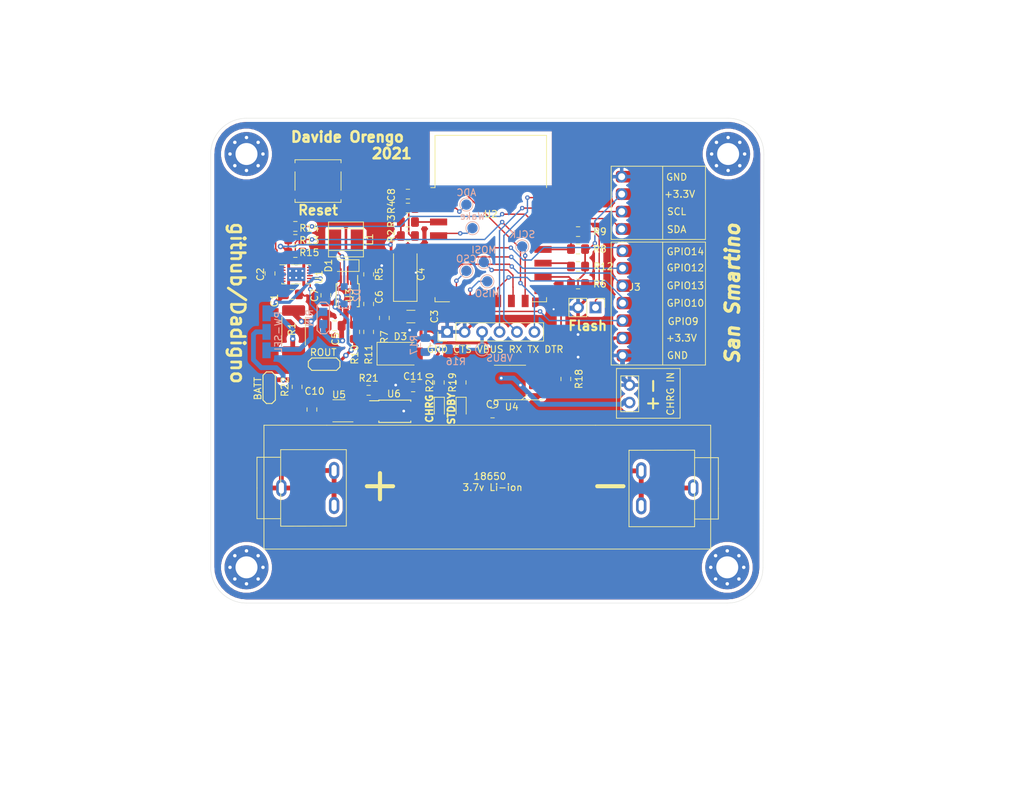
<source format=kicad_pcb>
(kicad_pcb (version 20171130) (host pcbnew "(5.1.5)-3")
  (layers (0 F.Cu signal) (31 B.Cu signal) (34 B.Paste user hide) (35 F.Paste user hide) (36 B.SilkS user) (37 F.SilkS user) (38 B.Mask user hide) (39 F.Mask user hide) (44 Edge.Cuts user))
  (net 0 "")
  (net 1 +1V8)
  (net 2 +3V3)
  (net 3 "Net-(C6-Pad2)")
  (net 4 "Net-(C6-Pad1)")
  (net 5 "Net-(D1-Pad1)")
  (net 6 "Net-(D2-Pad2)")
  (net 7 "Net-(R2-Pad2)")
  (net 8 "Net-(R3-Pad2)")
  (net 9 "Net-(R5-Pad1)")
  (net 10 "Net-(R6-Pad1)")
  (net 11 "Net-(R10-Pad2)")
  (net 12 "Net-(R8-Pad2)")
  (net 13 "Net-(R9-Pad2)")
  (net 14 "Net-(R12-Pad2)")
  (net 15 /SDA)
  (net 16 /SCL)
  (net 17 /GPOUT)
  (net 18 "Net-(U1-Pad9)")
  (net 19 "Net-(U1-Pad11)")
  (net 20 "Net-(U1-Pad4)")
  (net 21 /RST)
  (net 22 "Net-(C8-Pad1)")
  (net 23 /TX)
  (net 24 /RX)
  (net 25 "Net-(BT1-Pad1)")
  (net 26 "Net-(D3-Pad1)")
  (net 27 VBUS)
  (net 28 "Net-(C5-Pad1)")
  (net 29 "Net-(C7-Pad1)")
  (net 30 "Net-(TP4-Pad1)")
  (net 31 "Net-(TP5-Pad1)")
  (net 32 "Net-(TP6-Pad1)")
  (net 33 "Net-(TP7-Pad1)")
  (net 34 "Net-(TP8-Pad1)")
  (net 35 /GPIO10)
  (net 36 /GPIO9)
  (net 37 /GPIO13)
  (net 38 /GPIO12)
  (net 39 /GPIO14)
  (net 40 BATT-)
  (net 41 IN-)
  (net 42 BATT+)
  (net 43 IN+)
  (net 44 "Net-(C10-Pad1)")
  (net 45 "Net-(D4-Pad1)")
  (net 46 "Net-(D5-Pad1)")
  (net 47 VCC)
  (net 48 "Net-(R18-Pad1)")
  (net 49 "Net-(R19-Pad2)")
  (net 50 "Net-(R20-Pad2)")
  (net 51 "Net-(R21-Pad1)")
  (net 52 /WAKE)
  (net 53 "Net-(U5-Pad3)")
  (net 54 "Net-(U5-Pad1)")
  (net 55 "Net-(U1-Pad10)")
  (net 56 FUEL-GAUGE)
  (module Package_SO:SOP-8-1EP_4.57x4.57mm_P1.27mm_EP4.57x4.45mm (layer F.Cu) (at 111.379 60.071 180)
    (fp_text reference U4 (at -0.254 -3.556 180) (layer F.SilkS))
    (fp_text value TP4056)
    (pad 8 smd roundrect (at 3.769 -1.905 180) (size 2 0.7) (layers F.Cu F.Paste F.Mask) (net 43 IN+))
    (pad 7 smd roundrect (at 3.769 -0.635 180) (size 2 0.7) (layers F.Cu F.Paste F.Mask) (net 50 "Net-(R20-Pad2)"))
    (pad 6 smd roundrect (at 3.769 0.635 180) (size 2 0.7) (layers F.Cu F.Paste F.Mask) (net 49 "Net-(R19-Pad2)"))
    (pad 5 smd roundrect (at 3.769 1.905 180) (size 2 0.7) (layers F.Cu F.Paste F.Mask) (net 42 BATT+))
    (pad 4 smd roundrect (at -3.769 1.905 180) (size 2 0.7) (layers F.Cu F.Paste F.Mask) (net 43 IN+))
    (pad 3 smd roundrect (at -3.769 0.635 180) (size 2 0.7) (layers F.Cu F.Paste F.Mask) (net 41 IN-))
    (pad 2 smd roundrect (at -3.769 -0.635 180) (size 2 0.7) (layers F.Cu F.Paste F.Mask) (net 48 "Net-(R18-Pad1)"))
    (pad 1 smd roundrect (at -3.769 -1.905 180) (size 2 0.7) (layers F.Cu F.Paste F.Mask) (net 41 IN-))
    (pad 9 smd roundrect (at 0 0 180) (size 4.57 4.45) (layers F.Cu F.Mask) (roundrect_rratio 0.05618) (net 43 IN+))
  )
  (module Button_Switch_SMD:SW_SPST_EVQP0 (layer F.Cu) (at 83.439 30.734)
    (fp_text reference SW1 hide)
    (fp_text value Reset (at 0 4.25) (layer F.SilkS) (effects (font (size 1.4 1.4) (thickness 0.3))))
    (pad 2 smd rect (at 2.88 2) (size 2.75 1) (layers F.Cu F.Paste F.Mask) (net 7 "Net-(R2-Pad2)"))
    (pad 2 smd rect (at -2.88 2) (size 2.75 1) (layers F.Cu F.Paste F.Mask) (net 7 "Net-(R2-Pad2)"))
    (pad 1 smd rect (at -2.88 -2) (size 2.75 1) (layers F.Cu F.Paste F.Mask) (net 41 IN-))
    (pad 1 smd rect (at 2.88 -2) (size 2.75 1) (layers F.Cu F.Paste F.Mask) (net 41 IN-))
  )
  (module Inductor_SMD:L_Taiyo-Yuden_NR-30xx_HandSoldering (layer F.Cu) (at 87.503 39.243 180)
    (fp_text reference L1 (at -3.429 0 90) (layer F.SilkS))
    (fp_text value 10uH)
    (pad 2 smd rect (at 1.6 0 180) (size 1.8 2.9) (layers F.Cu F.Paste F.Mask) (net 6 "Net-(D2-Pad2)"))
    (pad 1 smd rect (at -1.6 0 180) (size 1.8 2.9) (layers F.Cu F.Paste F.Mask) (net 5 "Net-(D1-Pad1)"))
  )
  (module Connector_PinHeader_2.54mm:PinHeader_1x03_P2.54mm_Vertical (layer B.Cu) (at 75.946 55.245)
    (fp_text reference J5 hide)
    (fp_text value PW-SEL (at 1.71958 -2.49936 90) (layer B.SilkS) (effects (justify mirror)))
    (pad 3 smd rect (at 0.00254 -5.25018) (size 1.2 2.3) (layers B.Cu B.Paste B.Mask) (net 56 FUEL-GAUGE))
    (pad 2 smd rect (at 0 -2.54) (size 1.2 2.3) (layers B.Cu B.Paste B.Mask) (net 42 BATT+))
    (pad 1 smd rect (at -0.00762 0.14224) (size 1.2 2.3) (layers B.Cu B.Paste B.Mask) (net 47 VCC))
  )
  (module RF_Module:ESP-12E (layer F.Cu) (at 108.585 36.195)
    (fp_text reference U2 (at 0 -0.635) (layer F.SilkS))
    (fp_text value ESP-12E)
    (pad 22 smd rect (at 7.6 -3.5) (size 2.5 1) (layers F.Cu F.Paste F.Mask) (net 23 /TX))
    (pad 21 smd rect (at 7.6 -1.5) (size 2.5 1) (layers F.Cu F.Paste F.Mask) (net 24 /RX))
    (pad 20 smd rect (at 7.6 0.5) (size 2.5 1) (layers F.Cu F.Paste F.Mask) (net 16 /SCL))
    (pad 19 smd rect (at 7.6 2.5) (size 2.5 1) (layers F.Cu F.Paste F.Mask) (net 15 /SDA))
    (pad 18 smd rect (at 7.6 4.5) (size 2.5 1) (layers F.Cu F.Paste F.Mask) (net 12 "Net-(R8-Pad2)"))
    (pad 17 smd rect (at 7.6 6.5) (size 2.5 1) (layers F.Cu F.Paste F.Mask) (net 14 "Net-(R12-Pad2)"))
    (pad 16 smd rect (at 7.6 8.5) (size 2.5 1) (layers F.Cu F.Paste F.Mask) (net 10 "Net-(R6-Pad1)"))
    (pad 15 smd rect (at 7.6 10.5) (size 2.5 1) (layers F.Cu F.Paste F.Mask) (net 41 IN-))
    (pad 14 smd rect (at 5 12) (size 1 1.8) (layers F.Cu F.Paste F.Mask) (net 33 "Net-(TP7-Pad1)"))
    (pad 13 smd rect (at 3 12) (size 1 1.8) (layers F.Cu F.Paste F.Mask) (net 32 "Net-(TP6-Pad1)"))
    (pad 12 smd rect (at 1 12) (size 1 1.8) (layers F.Cu F.Paste F.Mask) (net 35 /GPIO10))
    (pad 11 smd rect (at -1 12) (size 1 1.8) (layers F.Cu F.Paste F.Mask) (net 36 /GPIO9))
    (pad 10 smd rect (at -3 12) (size 1 1.8) (layers F.Cu F.Paste F.Mask) (net 34 "Net-(TP8-Pad1)"))
    (pad 9 smd rect (at -5 12) (size 1 1.8) (layers F.Cu F.Paste F.Mask) (net 31 "Net-(TP5-Pad1)"))
    (pad 8 smd rect (at -7.6 10.5) (size 2.5 1) (layers F.Cu F.Paste F.Mask) (net 2 +3V3))
    (pad 7 smd rect (at -7.6 8.5) (size 2.5 1) (layers F.Cu F.Paste F.Mask) (net 37 /GPIO13))
    (pad 6 smd rect (at -7.6 6.5) (size 2.5 1) (layers F.Cu F.Paste F.Mask) (net 38 /GPIO12))
    (pad 5 smd rect (at -7.6 4.5) (size 2.5 1) (layers F.Cu F.Paste F.Mask) (net 39 /GPIO14))
    (pad 4 smd rect (at -7.6 2.5) (size 2.5 1) (layers F.Cu F.Paste F.Mask) (net 52 /WAKE))
    (pad 3 smd rect (at -7.6 0.5) (size 2.5 1) (layers F.Cu F.Paste F.Mask) (net 8 "Net-(R3-Pad2)"))
    (pad 2 smd rect (at -7.6 -1.5) (size 2.5 1) (layers F.Cu F.Paste F.Mask) (net 30 "Net-(TP4-Pad1)"))
    (pad 1 smd rect (at -7.6 -3.5) (size 2.5 1) (layers F.Cu F.Paste F.Mask) (net 21 /RST))
  )
  (module MountingHole:MountingHole_3.2mm_M3_Pad_Via (layer F.Cu) (at 143.002 86.995)
    (fp_text reference H4 hide)
    (fp_text value MountingHole)
    (pad 1 thru_hole circle (at 0 0) (size 6.4 6.4) (drill 3.2) (layers *.Cu *.Mask))
    (pad 1 thru_hole circle (at 2.4 0) (size 0.8 0.8) (drill 0.5) (layers *.Cu *.Mask))
    (pad 1 thru_hole circle (at 1.697056 1.697056) (size 0.8 0.8) (drill 0.5) (layers *.Cu *.Mask))
    (pad 1 thru_hole circle (at 0 2.4) (size 0.8 0.8) (drill 0.5) (layers *.Cu *.Mask))
    (pad 1 thru_hole circle (at -1.697056 1.697056) (size 0.8 0.8) (drill 0.5) (layers *.Cu *.Mask))
    (pad 1 thru_hole circle (at -2.4 0) (size 0.8 0.8) (drill 0.5) (layers *.Cu *.Mask))
    (pad 1 thru_hole circle (at -1.697056 -1.697056) (size 0.8 0.8) (drill 0.5) (layers *.Cu *.Mask))
    (pad 1 thru_hole circle (at 0 -2.4) (size 0.8 0.8) (drill 0.5) (layers *.Cu *.Mask))
    (pad 1 thru_hole circle (at 1.697056 -1.697056) (size 0.8 0.8) (drill 0.5) (layers *.Cu *.Mask))
  )
  (module MountingHole:MountingHole_3.2mm_M3_Pad_Via (layer F.Cu) (at 143.129 26.797)
    (fp_text reference H3 hide)
    (fp_text value MountingHole)
    (pad 1 thru_hole circle (at 0 0) (size 6.4 6.4) (drill 3.2) (layers *.Cu *.Mask))
    (pad 1 thru_hole circle (at 2.4 0) (size 0.8 0.8) (drill 0.5) (layers *.Cu *.Mask))
    (pad 1 thru_hole circle (at 1.697056 1.697056) (size 0.8 0.8) (drill 0.5) (layers *.Cu *.Mask))
    (pad 1 thru_hole circle (at 0 2.4) (size 0.8 0.8) (drill 0.5) (layers *.Cu *.Mask))
    (pad 1 thru_hole circle (at -1.697056 1.697056) (size 0.8 0.8) (drill 0.5) (layers *.Cu *.Mask))
    (pad 1 thru_hole circle (at -2.4 0) (size 0.8 0.8) (drill 0.5) (layers *.Cu *.Mask))
    (pad 1 thru_hole circle (at -1.697056 -1.697056) (size 0.8 0.8) (drill 0.5) (layers *.Cu *.Mask))
    (pad 1 thru_hole circle (at 0 -2.4) (size 0.8 0.8) (drill 0.5) (layers *.Cu *.Mask))
    (pad 1 thru_hole circle (at 1.697056 -1.697056) (size 0.8 0.8) (drill 0.5) (layers *.Cu *.Mask))
  )
  (module MountingHole:MountingHole_3.2mm_M3_Pad_Via (layer F.Cu) (at 73.025 86.995)
    (fp_text reference H2 hide)
    (fp_text value MountingHole)
    (pad 1 thru_hole circle (at 0 0) (size 6.4 6.4) (drill 3.2) (layers *.Cu *.Mask))
    (pad 1 thru_hole circle (at 2.4 0) (size 0.8 0.8) (drill 0.5) (layers *.Cu *.Mask))
    (pad 1 thru_hole circle (at 1.697056 1.697056) (size 0.8 0.8) (drill 0.5) (layers *.Cu *.Mask))
    (pad 1 thru_hole circle (at 0 2.4) (size 0.8 0.8) (drill 0.5) (layers *.Cu *.Mask))
    (pad 1 thru_hole circle (at -1.697056 1.697056) (size 0.8 0.8) (drill 0.5) (layers *.Cu *.Mask))
    (pad 1 thru_hole circle (at -2.4 0) (size 0.8 0.8) (drill 0.5) (layers *.Cu *.Mask))
    (pad 1 thru_hole circle (at -1.697056 -1.697056) (size 0.8 0.8) (drill 0.5) (layers *.Cu *.Mask))
    (pad 1 thru_hole circle (at 0 -2.4) (size 0.8 0.8) (drill 0.5) (layers *.Cu *.Mask))
    (pad 1 thru_hole circle (at 1.697056 -1.697056) (size 0.8 0.8) (drill 0.5) (layers *.Cu *.Mask))
  )
  (module MountingHole:MountingHole_3.2mm_M3_Pad_Via (layer F.Cu) (at 73.025 26.797)
    (fp_text reference H1 hide)
    (fp_text value MountingHole)
    (pad 1 thru_hole circle (at 0 0) (size 6.4 6.4) (drill 3.2) (layers *.Cu *.Mask))
    (pad 1 thru_hole circle (at 2.4 0) (size 0.8 0.8) (drill 0.5) (layers *.Cu *.Mask))
    (pad 1 thru_hole circle (at 1.697056 1.697056) (size 0.8 0.8) (drill 0.5) (layers *.Cu *.Mask))
    (pad 1 thru_hole circle (at 0 2.4) (size 0.8 0.8) (drill 0.5) (layers *.Cu *.Mask))
    (pad 1 thru_hole circle (at -1.697056 1.697056) (size 0.8 0.8) (drill 0.5) (layers *.Cu *.Mask))
    (pad 1 thru_hole circle (at -2.4 0) (size 0.8 0.8) (drill 0.5) (layers *.Cu *.Mask))
    (pad 1 thru_hole circle (at -1.697056 -1.697056) (size 0.8 0.8) (drill 0.5) (layers *.Cu *.Mask))
    (pad 1 thru_hole circle (at 0 -2.4) (size 0.8 0.8) (drill 0.5) (layers *.Cu *.Mask))
    (pad 1 thru_hole circle (at 1.697056 -1.697056) (size 0.8 0.8) (drill 0.5) (layers *.Cu *.Mask))
  )
  (module Connector_PinHeader_2.54mm:PinHeader_1x02_P2.54mm_Vertical (layer F.Cu) (at 128.778 62.992 180)
    (fp_text reference J4 hide)
    (fp_text value "CHRG IN" (at -5.969 1.27 270) (layer F.SilkS))
    (pad 2 thru_hole oval (at 0 2.54 180) (size 1.7 1.7) (drill 1) (layers *.Cu *.Mask) (net 41 IN-))
    (pad 1 thru_hole circle (at 0 0 180) (size 1.7 1.7) (drill 1) (layers *.Cu *.Mask) (net 43 IN+))
  )
  (module san-smartino:18650-battery-metal-clips (layer F.Cu) (at 74.295 75.438 90)
    (fp_text reference BT1 hide)
    (fp_text value 2.45v-4.5v)
    (pad 2 thru_hole oval (at -2.5908 56.1848 270) (size 2.5 1.5) (drill oval 1.65 0.75) (layers *.Cu *.Mask) (net 40 BATT-))
    (pad 2 thru_hole oval (at 2.4892 56.1848 270) (size 2.5 1.5) (drill oval 1.65 0.75) (layers *.Cu *.Mask) (net 40 BATT-))
    (pad 2 thru_hole oval (at 0 63.754 270) (size 2.5 1.5) (drill oval 1.65 0.75) (layers *.Cu *.Mask) (net 40 BATT-))
    (pad 1 thru_hole oval (at -2.54 11.4808 90) (size 2.5 1.5) (drill oval 1.65 0.75) (layers *.Cu *.Mask) (net 25 "Net-(BT1-Pad1)"))
    (pad 1 thru_hole oval (at 2.54 11.4808 90) (size 2.5 1.5) (drill oval 1.65 0.75) (layers *.Cu *.Mask) (net 25 "Net-(BT1-Pad1)"))
    (pad 1 thru_hole oval (at 0 3.81 90) (size 2.5 1.5) (drill oval 1.65 0.75) (layers *.Cu *.Mask) (net 25 "Net-(BT1-Pad1)"))
  )
  (module TestPoint:TestPoint_Pad_D1.5mm (layer B.Cu) (at 105.918 37.592)
    (fp_text reference TP10 hide)
    (fp_text value Wake (at 0 -1.75) (layer B.SilkS) (effects (justify mirror)))
    (pad 1 smd circle (at 0 0) (size 1.5 1.5) (layers B.Cu B.Mask) (net 52 /WAKE))
  )
  (module Package_SO:TSSOP-8_4.4x3mm_P0.65mm (layer F.Cu) (at 94.615 64.262)
    (fp_text reference U6 (at -0.127 -2.54) (layer F.SilkS))
    (fp_text value FS8205A)
    (pad 8 smd rect (at 2.95 -0.975) (size 1.45 0.45) (layers F.Cu F.Paste F.Mask))
    (pad 7 smd rect (at 2.95 -0.325) (size 1.45 0.45) (layers F.Cu F.Paste F.Mask) (net 41 IN-))
    (pad 6 smd rect (at 2.95 0.325) (size 1.45 0.45) (layers F.Cu F.Paste F.Mask) (net 41 IN-))
    (pad 5 smd rect (at 2.95 0.975) (size 1.45 0.45) (layers F.Cu F.Paste F.Mask) (net 53 "Net-(U5-Pad3)"))
    (pad 4 smd rect (at -2.95 0.975) (size 1.45 0.45) (layers F.Cu F.Paste F.Mask) (net 54 "Net-(U5-Pad1)"))
    (pad 3 smd rect (at -2.95 0.325) (size 1.45 0.45) (layers F.Cu F.Paste F.Mask) (net 40 BATT-))
    (pad 2 smd rect (at -2.95 -0.325) (size 1.45 0.45) (layers F.Cu F.Paste F.Mask) (net 40 BATT-))
    (pad 1 smd rect (at -2.95 -0.975) (size 1.45 0.45) (layers F.Cu F.Paste F.Mask))
  )
  (module Package_TO_SOT_SMD:SOT-23-6_Handsoldering (layer F.Cu) (at 86.487 64.1985 180)
    (fp_text reference U5 (at 0 2.3495) (layer F.SilkS))
    (fp_text value DW01)
    (pad 5 smd rect (at 1.35 0 180) (size 1.56 0.65) (layers F.Cu F.Paste F.Mask) (net 44 "Net-(C10-Pad1)"))
    (pad 6 smd rect (at 1.35 -0.95 180) (size 1.56 0.65) (layers F.Cu F.Paste F.Mask) (net 40 BATT-))
    (pad 4 smd rect (at 1.35 0.95 180) (size 1.56 0.65) (layers F.Cu F.Paste F.Mask))
    (pad 3 smd rect (at -1.35 0.95 180) (size 1.56 0.65) (layers F.Cu F.Paste F.Mask) (net 53 "Net-(U5-Pad3)"))
    (pad 2 smd rect (at -1.35 0 180) (size 1.56 0.65) (layers F.Cu F.Paste F.Mask) (net 51 "Net-(R21-Pad1)"))
    (pad 1 smd rect (at -1.35 -0.95 180) (size 1.56 0.65) (layers F.Cu F.Paste F.Mask) (net 54 "Net-(U5-Pad1)"))
  )
  (module Resistor_SMD:R_0805_2012Metric_Pad1.15x1.40mm_HandSolder (layer F.Cu) (at 80.391 60.706 270)
    (fp_text reference R22 (at 0 1.778 90) (layer F.SilkS))
    (fp_text value 100R)
    (pad 2 smd roundrect (at 1.025 0 270) (size 1.15 1.4) (layers F.Cu F.Paste F.Mask) (roundrect_rratio 0.217391) (net 44 "Net-(C10-Pad1)"))
    (pad 1 smd roundrect (at -1.025 0 270) (size 1.15 1.4) (layers F.Cu F.Paste F.Mask) (roundrect_rratio 0.217391) (net 42 BATT+))
  )
  (module Resistor_SMD:R_0805_2012Metric_Pad1.15x1.40mm_HandSolder (layer F.Cu) (at 90.805 61.214)
    (fp_text reference R21 (at 0 -1.778 180) (layer F.SilkS))
    (fp_text value 1k)
    (pad 2 smd roundrect (at 1.025 0) (size 1.15 1.4) (layers F.Cu F.Paste F.Mask) (roundrect_rratio 0.217391) (net 41 IN-))
    (pad 1 smd roundrect (at -1.025 0) (size 1.15 1.4) (layers F.Cu F.Paste F.Mask) (roundrect_rratio 0.217391) (net 51 "Net-(R21-Pad1)"))
  )
  (module Resistor_SMD:R_0805_2012Metric_Pad1.15x1.40mm_HandSolder (layer F.Cu) (at 101.092 60.071 90)
    (fp_text reference R20 (at 0 -1.397 90) (layer F.SilkS))
    (fp_text value 1k)
    (pad 2 smd roundrect (at 1.025 0 90) (size 1.15 1.4) (layers F.Cu F.Paste F.Mask) (roundrect_rratio 0.217391) (net 50 "Net-(R20-Pad2)"))
    (pad 1 smd roundrect (at -1.025 0 90) (size 1.15 1.4) (layers F.Cu F.Paste F.Mask) (roundrect_rratio 0.217391) (net 46 "Net-(D5-Pad1)"))
  )
  (module Resistor_SMD:R_0805_2012Metric_Pad1.15x1.40mm_HandSolder (layer F.Cu) (at 104.267 60.071 90)
    (fp_text reference R19 (at 0 -1.27 90) (layer F.SilkS))
    (fp_text value 1k)
    (pad 2 smd roundrect (at 1.025 0 90) (size 1.15 1.4) (layers F.Cu F.Paste F.Mask) (roundrect_rratio 0.217391) (net 49 "Net-(R19-Pad2)"))
    (pad 1 smd roundrect (at -1.025 0 90) (size 1.15 1.4) (layers F.Cu F.Paste F.Mask) (roundrect_rratio 0.217391) (net 45 "Net-(D4-Pad1)"))
  )
  (module Resistor_SMD:R_0805_2012Metric_Pad1.15x1.40mm_HandSolder (layer F.Cu) (at 119.507 59.563 90)
    (fp_text reference R18 (at 0 1.905 90) (layer F.SilkS))
    (fp_text value 1.2k)
    (pad 2 smd roundrect (at 1.025 0 90) (size 1.15 1.4) (layers F.Cu F.Paste F.Mask) (roundrect_rratio 0.217391) (net 41 IN-))
    (pad 1 smd roundrect (at -1.025 0 90) (size 1.15 1.4) (layers F.Cu F.Paste F.Mask) (roundrect_rratio 0.217391) (net 48 "Net-(R18-Pad1)"))
  )
  (module LED_SMD:LED_0603_1608Metric_Pad1.05x0.95mm_HandSolder (layer F.Cu) (at 101.092 63.881 270)
    (fp_text reference D5 hide)
    (fp_text value CHRG (at 0 1.43 90) (layer F.SilkS) (effects (font (thickness 0.25))))
    (pad 1 smd roundrect (at -0.875 0 270) (size 1.05 0.95) (layers F.Cu F.Paste F.Mask) (net 46 "Net-(D5-Pad1)"))
    (pad 2 smd roundrect (at 0.875 0 270) (size 1.05 0.95) (layers F.Cu F.Paste F.Mask) (net 43 IN+))
  )
  (module LED_SMD:LED_0603_1608Metric_Pad1.05x0.95mm_HandSolder (layer F.Cu) (at 104.267 63.881 270)
    (fp_text reference D4 hide)
    (fp_text value STDBY (at 0 1.43 90) (layer F.SilkS) (effects (font (thickness 0.25))))
    (pad 1 smd roundrect (at -0.875 0 270) (size 1.05 0.95) (layers F.Cu F.Paste F.Mask) (net 45 "Net-(D4-Pad1)"))
    (pad 2 smd roundrect (at 0.875 0 270) (size 1.05 0.95) (layers F.Cu F.Paste F.Mask) (net 43 IN+))
  )
  (module Capacitor_SMD:C_0805_2012Metric_Pad1.15x1.40mm_HandSolder (layer F.Cu) (at 97.282 60.706 180)
    (fp_text reference C11 (at 0 1.524) (layer F.SilkS))
    (fp_text value 10uF)
    (pad 2 smd roundrect (at 1.025 0 180) (size 1.15 1.4) (layers F.Cu F.Paste F.Mask) (roundrect_rratio 0.217391) (net 41 IN-))
    (pad 1 smd roundrect (at -1.025 0 180) (size 1.15 1.4) (layers F.Cu F.Paste F.Mask) (roundrect_rratio 0.217391) (net 42 BATT+))
  )
  (module Capacitor_SMD:C_0805_2012Metric_Pad1.15x1.40mm_HandSolder (layer F.Cu) (at 82.55 64.008 270)
    (fp_text reference C10 (at -2.667 -0.381 180) (layer F.SilkS))
    (fp_text value 100nF)
    (pad 2 smd roundrect (at 1.025 0 270) (size 1.15 1.4) (layers F.Cu F.Paste F.Mask) (roundrect_rratio 0.217391) (net 40 BATT-))
    (pad 1 smd roundrect (at -1.025 0 270) (size 1.15 1.4) (layers F.Cu F.Paste F.Mask) (roundrect_rratio 0.217391) (net 44 "Net-(C10-Pad1)"))
  )
  (module Capacitor_SMD:C_0805_2012Metric_Pad1.15x1.40mm_HandSolder (layer F.Cu) (at 108.839 64.516)
    (fp_text reference C9 (at 0 -1.27) (layer F.SilkS))
    (fp_text value 0.1uF)
    (pad 2 smd roundrect (at 1.025 0) (size 1.15 1.4) (layers F.Cu F.Paste F.Mask) (roundrect_rratio 0.217391) (net 41 IN-))
    (pad 1 smd roundrect (at -1.025 0) (size 1.15 1.4) (layers F.Cu F.Paste F.Mask) (roundrect_rratio 0.217391) (net 43 IN+))
  )
  (module Connector_PinHeader_2.54mm:PinHeader_1x07_P2.54mm_Vertical (layer F.Cu) (at 127.762 41.021)
    (fp_text reference J3 (at 1.778 5.163) (layer F.SilkS))
    (fp_text value Conn_01x07_Male)
    (pad 7 thru_hole oval (at 0 15.113) (size 1.7 1.7) (drill 1) (layers *.Cu *.Mask) (net 41 IN-))
    (pad 6 thru_hole oval (at 0 12.573) (size 1.7 1.7) (drill 1) (layers *.Cu *.Mask) (net 2 +3V3))
    (pad 5 thru_hole oval (at 0 10.033) (size 1.7 1.7) (drill 1) (layers *.Cu *.Mask) (net 36 /GPIO9))
    (pad 4 thru_hole oval (at 0 7.493) (size 1.7 1.7) (drill 1) (layers *.Cu *.Mask) (net 35 /GPIO10))
    (pad 3 thru_hole oval (at 0 4.953) (size 1.7 1.7) (drill 1) (layers *.Cu *.Mask) (net 37 /GPIO13))
    (pad 2 thru_hole oval (at 0 2.413) (size 1.7 1.7) (drill 1) (layers *.Cu *.Mask) (net 38 /GPIO12))
    (pad 1 thru_hole circle (at 0 -0.127) (size 1.7 1.7) (drill 1) (layers *.Cu *.Mask) (net 39 /GPIO14))
    (pad 1 smd roundrect (at 1.651 -0.127) (size 5 1.8) (layers F.Cu F.Paste F.Mask) (net 39 /GPIO14))
    (pad 2 smd roundrect (at 1.651 2.413) (size 5 1.8) (layers F.Cu F.Paste F.Mask) (net 38 /GPIO12))
    (pad 3 smd roundrect (at 1.651 4.953) (size 5 1.8) (layers F.Cu F.Paste F.Mask) (net 37 /GPIO13))
    (pad 4 smd roundrect (at 1.651 7.493) (size 5 1.8) (layers F.Cu F.Paste F.Mask) (net 35 /GPIO10))
    (pad 5 smd roundrect (at 1.651 10.033) (size 5 1.8) (layers F.Cu F.Paste F.Mask) (net 36 /GPIO9))
    (pad 6 smd roundrect (at 1.651 12.573) (size 5 1.8) (layers F.Cu F.Paste F.Mask) (net 2 +3V3))
    (pad 7 smd roundrect (at 1.651 15.113) (size 5 1.8) (layers F.Cu F.Paste F.Mask) (net 41 IN-))
  )
  (module TestPoint:TestPoint_2Pads_Pitch2.54mm_Drill0.8mm (layer F.Cu) (at 76.327 62.103 90)
    (fp_text reference TP9 hide)
    (fp_text value BATT (at 1.143 -1.651 90) (layer F.SilkS))
    (pad 2 smd rect (at 2.159 0 90) (size 1.2 1.2) (layers F.Cu F.Paste F.Mask) (net 42 BATT+))
    (pad 1 smd rect (at 0.381 0 90) (size 1.2 1.2) (layers F.Cu F.Paste F.Mask) (net 25 "Net-(BT1-Pad1)"))
  )
  (module Connector_PinHeader_2.54mm:PinHeader_1x04_P2.54mm_Vertical (layer F.Cu) (at 127.635 30.099)
    (fp_text reference J2 hide)
    (fp_text value "SDA SCL -3V3 GND" hide)
    (pad 1 smd roundrect (at 1.651 0) (size 5 1.7) (layers F.Cu F.Paste F.Mask) (net 41 IN-))
    (pad 1 thru_hole oval (at 0 0) (size 1.7 1.7) (drill 1) (layers *.Cu *.Mask) (net 41 IN-))
    (pad 2 thru_hole oval (at 0 2.54) (size 1.7 1.7) (drill 1) (layers *.Cu *.Mask) (net 2 +3V3))
    (pad 2 smd roundrect (at 1.651 2.54) (size 5 1.7) (layers F.Cu F.Paste F.Mask) (net 2 +3V3))
    (pad 3 thru_hole oval (at 0 5.08) (size 1.7 1.7) (drill 1) (layers *.Cu *.Mask) (net 16 /SCL))
    (pad 3 smd roundrect (at 1.651 5.08) (size 5 1.7) (layers F.Cu F.Paste F.Mask) (net 16 /SCL))
    (pad 4 thru_hole oval (at 0 7.62) (size 1.7 1.7) (drill 1) (layers *.Cu *.Mask) (net 15 /SDA))
    (pad 4 smd roundrect (at 1.651 7.62) (size 5 1.7) (layers F.Cu F.Paste F.Mask) (net 15 /SDA))
  )
  (module TestPoint:TestPoint_Pad_D1.5mm (layer B.Cu) (at 107.315 55.245)
    (fp_text reference TP1 hide)
    (fp_text value VBUS (at 2.54 1.27) (layer B.SilkS) (effects (justify mirror)))
    (pad 1 smd circle (at 0 0) (size 1.5 1.5) (layers B.Cu B.Mask) (net 27 VBUS))
  )
  (module TestPoint:TestPoint_Pad_D1.5mm (layer B.Cu) (at 108.077 45.339)
    (fp_text reference TP8 hide)
    (fp_text value MISO (at 0 1.778) (layer B.SilkS) (effects (justify mirror)))
    (pad 1 smd circle (at 0 0) (size 1.5 1.5) (layers B.Cu B.Mask) (net 34 "Net-(TP8-Pad1)"))
  )
  (module TestPoint:TestPoint_Pad_D1.5mm (layer B.Cu) (at 113.157 40.259)
    (fp_text reference TP7 hide)
    (fp_text value SCLK (at 0 -1.75) (layer B.SilkS) (effects (justify mirror)))
    (pad 1 smd circle (at 0 0) (size 1.5 1.5) (layers B.Cu B.Mask) (net 33 "Net-(TP7-Pad1)"))
  )
  (module TestPoint:TestPoint_Pad_D1.5mm (layer B.Cu) (at 107.569 42.545)
    (fp_text reference TP6 hide)
    (fp_text value MOSI (at 0 -1.778) (layer B.SilkS) (effects (justify mirror)))
    (pad 1 smd circle (at 0 0) (size 1.5 1.5) (layers B.Cu B.Mask) (net 32 "Net-(TP6-Pad1)"))
  )
  (module TestPoint:TestPoint_Pad_D1.5mm (layer B.Cu) (at 105.029 43.815)
    (fp_text reference TP5 hide)
    (fp_text value CSO (at 0 -1.75) (layer B.SilkS) (effects (justify mirror)))
    (pad 1 smd circle (at 0 0) (size 1.5 1.5) (layers B.Cu B.Mask) (net 31 "Net-(TP5-Pad1)"))
  )
  (module TestPoint:TestPoint_Pad_D1.5mm (layer B.Cu) (at 105.029 34.163)
    (fp_text reference TP4 hide)
    (fp_text value ADC (at 0 -1.75) (layer B.SilkS) (effects (justify mirror)))
    (pad 1 smd circle (at 0 0) (size 1.5 1.5) (layers B.Cu B.Mask) (net 30 "Net-(TP4-Pad1)"))
  )
  (module TestPoint:TestPoint_2Pads_Pitch2.54mm_Drill0.8mm (layer B.Cu) (at 84.201 51.943 90)
    (fp_text reference TP2 hide)
    (fp_text value RIN (at 1.27 -2 90) (layer B.SilkS) (effects (justify mirror)))
    (pad 2 smd rect (at 2.159 0 90) (size 1.2 1.2) (layers B.Cu B.Paste B.Mask) (net 47 VCC))
    (pad 1 smd rect (at 0.381 0 90) (size 1.2 1.2) (layers B.Cu B.Paste B.Mask) (net 28 "Net-(C5-Pad1)"))
  )
  (module TestPoint:TestPoint_2Pads_Pitch2.54mm_Drill0.8mm (layer F.Cu) (at 85.598 57.404 180)
    (fp_text reference TP3 hide)
    (fp_text value ROUT (at 1.397 1.7145) (layer F.SilkS))
    (pad 2 smd rect (at 2.159 0 180) (size 1.2 1.2) (layers F.Cu F.Paste F.Mask) (net 2 +3V3))
    (pad 1 smd rect (at 0.381 0 180) (size 1.2 1.2) (layers F.Cu F.Paste F.Mask) (net 29 "Net-(C7-Pad1)"))
  )
  (module Resistor_SMD:R_0805_2012Metric_Pad1.15x1.40mm_HandSolder (layer B.Cu) (at 99.06 54.61 90)
    (fp_text reference R17 (at 0 -1.651 90) (layer B.SilkS) (effects (justify mirror)))
    (fp_text value 2k)
    (pad 2 smd roundrect (at 1.025 0 90) (size 1.15 1.4) (layers B.Cu B.Paste B.Mask) (roundrect_rratio 0.217391) (net 41 IN-))
    (pad 1 smd roundrect (at -1.025 0 90) (size 1.15 1.4) (layers B.Cu B.Paste B.Mask) (roundrect_rratio 0.217391) (net 26 "Net-(D3-Pad1)"))
  )
  (module Resistor_SMD:R_0805_2012Metric_Pad1.15x1.40mm_HandSolder (layer B.Cu) (at 103.505 55.245 180)
    (fp_text reference R16 (at 0 -1.778) (layer B.SilkS) (effects (justify mirror)))
    (fp_text value 1k)
    (pad 2 smd roundrect (at 1.025 0 180) (size 1.15 1.4) (layers B.Cu B.Paste B.Mask) (roundrect_rratio 0.217391) (net 26 "Net-(D3-Pad1)"))
    (pad 1 smd roundrect (at -1.025 0 180) (size 1.15 1.4) (layers B.Cu B.Paste B.Mask) (roundrect_rratio 0.217391) (net 27 VBUS))
  )
  (module Diode_SMD:D_SMA (layer F.Cu) (at 95.4278 55.88)
    (fp_text reference D3 (at 0 -2.5) (layer F.SilkS))
    (fp_text value DIODE)
    (pad 2 smd rect (at 2 0) (size 2.5 1.8) (layers F.Cu F.Paste F.Mask) (net 2 +3V3))
    (pad 1 smd rect (at -2 0) (size 2.5 1.8) (layers F.Cu F.Paste F.Mask) (net 26 "Net-(D3-Pad1)"))
  )
  (module Connector_PinHeader_2.54mm:PinHeader_1x06_P2.54mm_Vertical (layer F.Cu) (at 102.235 52.705 90)
    (fp_text reference J1 hide)
    (fp_text value "GND CTS VBUS RX TX DTR" (at -2.54 6.985 180) (layer F.SilkS))
    (pad 6 thru_hole oval (at 0 12.7 90) (size 1.7 1.7) (drill 1) (layers *.Cu *.Mask) (net 22 "Net-(C8-Pad1)"))
    (pad 5 thru_hole oval (at 0 10.16 90) (size 1.7 1.7) (drill 1) (layers *.Cu *.Mask) (net 23 /TX))
    (pad 4 thru_hole oval (at 0 7.62 90) (size 1.7 1.7) (drill 1) (layers *.Cu *.Mask) (net 24 /RX))
    (pad 3 thru_hole oval (at 0 5.08 90) (size 1.7 1.7) (drill 1) (layers *.Cu *.Mask) (net 27 VBUS))
    (pad 2 thru_hole oval (at 0 2.54 90) (size 1.7 1.7) (drill 1) (layers *.Cu *.Mask) (net 41 IN-))
    (pad 1 thru_hole rect (at 0 0 90) (size 1.7 1.7) (drill 1) (layers *.Cu *.Mask) (net 41 IN-))
  )
  (module Capacitor_SMD:C_0805_2012Metric_Pad1.15x1.40mm_HandSolder (layer F.Cu) (at 96.52 32.639)
    (fp_text reference C8 (at -2.413 0.127 90) (layer F.SilkS))
    (fp_text value 100nF)
    (pad 2 smd roundrect (at 1.025 0) (size 1.15 1.4) (layers F.Cu F.Paste F.Mask) (roundrect_rratio 0.217391) (net 21 /RST))
    (pad 1 smd roundrect (at -1.025 0) (size 1.15 1.4) (layers F.Cu F.Paste F.Mask) (roundrect_rratio 0.217391) (net 22 "Net-(C8-Pad1)"))
  )
  (module Package_SO:MSOP-10_3x3mm_P0.5mm (layer F.Cu) (at 87.757 47.371 270)
    (fp_text reference U3 (at 0 -0.254 90) (layer F.SilkS))
    (fp_text value LTC3440)
    (pad 10 smd rect (at 2.2 -1 270) (size 1.4 0.3) (layers F.Cu F.Paste F.Mask) (net 3 "Net-(C6-Pad2)"))
    (pad 9 smd rect (at 2.2 -0.5 270) (size 1.4 0.3) (layers F.Cu F.Paste F.Mask) (net 11 "Net-(R10-Pad2)"))
    (pad 8 smd rect (at 2.2 0 270) (size 1.4 0.3) (layers F.Cu F.Paste F.Mask) (net 28 "Net-(C5-Pad1)"))
    (pad 7 smd rect (at 2.2 0.5 270) (size 1.4 0.3) (layers F.Cu F.Paste F.Mask) (net 28 "Net-(C5-Pad1)"))
    (pad 6 smd rect (at 2.2 1 270) (size 1.4 0.3) (layers F.Cu F.Paste F.Mask) (net 29 "Net-(C7-Pad1)"))
    (pad 5 smd rect (at -2.2 1 270) (size 1.4 0.3) (layers F.Cu F.Paste F.Mask) (net 41 IN-))
    (pad 4 smd rect (at -2.2 0.5 270) (size 1.4 0.3) (layers F.Cu F.Paste F.Mask) (net 6 "Net-(D2-Pad2)"))
    (pad 3 smd rect (at -2.2 0 270) (size 1.4 0.3) (layers F.Cu F.Paste F.Mask) (net 5 "Net-(D1-Pad1)"))
    (pad 2 smd rect (at -2.2 -0.5 270) (size 1.4 0.3) (layers F.Cu F.Paste F.Mask))
    (pad 1 smd rect (at -2.2 -1 270) (size 1.4 0.3) (layers F.Cu F.Paste F.Mask) (net 9 "Net-(R5-Pad1)"))
  )
  (module Package_SON:Texas_S-PDSO-N12 (layer F.Cu) (at 80.264 44.323)
    (fp_text reference U1 (at 3.302 0.381 90) (layer F.SilkS))
    (fp_text value BQ27441DRZR-G1A)
    (pad 13 smd rect (at -1.1 1.365 270) (size 0.575 0.4) (layers F.Cu F.Paste F.Mask) (net 41 IN-))
    (pad 13 smd rect (at -1.1 -1.365 270) (size 0.575 0.4) (layers F.Cu F.Paste F.Mask) (net 41 IN-))
    (pad 13 smd rect (at 1.1 -1.365 270) (size 0.575 0.4) (layers F.Cu F.Paste F.Mask) (net 41 IN-))
    (pad 13 smd rect (at 1.1 1.365 270) (size 0.575 0.4) (layers F.Cu F.Paste F.Mask) (net 41 IN-))
    (pad 13 smd rect (at 0.65 0.4875 90) (size 0.975 1.3) (layers F.Cu F.Paste) (net 41 IN-))
    (pad 13 smd rect (at -0.65 0.4875 90) (size 0.975 1.3) (layers F.Cu F.Paste) (net 41 IN-))
    (pad 13 smd rect (at -0.65 -0.4875 90) (size 0.975 1.3) (layers F.Cu F.Paste) (net 41 IN-))
    (pad 13 smd rect (at 0.65 -0.4875 90) (size 0.975 1.3) (layers F.Cu F.Paste) (net 41 IN-))
    (pad 13 smd rect (at 0 0 270) (size 1.95 2.6) (layers B.Cu F.Mask) (net 41 IN-))
    (pad 13 thru_hole circle (at 0 0.5) (size 0.6 0.6) (drill 0.3) (layers *.Cu) (net 41 IN-))
    (pad 13 thru_hole circle (at 0 -0.5) (size 0.6 0.6) (drill 0.3) (layers *.Cu) (net 41 IN-))
    (pad 13 thru_hole circle (at -0.9 -0.5) (size 0.6 0.6) (drill 0.3) (layers *.Cu) (net 41 IN-))
    (pad 13 thru_hole circle (at 0.9 -0.5) (size 0.6 0.6) (drill 0.3) (layers *.Cu) (net 41 IN-))
    (pad 13 thru_hole circle (at 0.9 0.5) (size 0.6 0.6) (drill 0.3) (layers *.Cu) (net 41 IN-))
    (pad 13 thru_hole circle (at -0.9 0.5) (size 0.6 0.6) (drill 0.3) (layers *.Cu) (net 41 IN-))
    (pad 7 smd rect (at 2.3 1) (size 0.2 0.2) (layers F.Cu F.Paste F.Mask) (net 47 VCC))
    (pad 8 smd rect (at 2.3 0.6) (size 0.2 0.2) (layers F.Cu F.Paste F.Mask) (net 56 FUEL-GAUGE))
    (pad 9 smd rect (at 2.3 0.2) (size 0.2 0.2) (layers F.Cu F.Paste F.Mask) (net 18 "Net-(U1-Pad9)"))
    (pad 10 smd rect (at 2.3 -0.2) (size 0.2 0.2) (layers F.Cu F.Paste F.Mask) (net 55 "Net-(U1-Pad10)"))
    (pad 11 smd rect (at 2.3 -0.6) (size 0.2 0.2) (layers F.Cu F.Paste F.Mask) (net 19 "Net-(U1-Pad11)"))
    (pad 12 smd rect (at 2.3 -1) (size 0.2 0.2) (layers F.Cu F.Paste F.Mask) (net 17 /GPOUT))
    (pad 1 smd rect (at -2.3 -1) (size 0.2 0.2) (layers F.Cu F.Paste F.Mask) (net 15 /SDA))
    (pad 2 smd rect (at -2.3 -0.6) (size 0.2 0.2) (layers F.Cu F.Paste F.Mask) (net 16 /SCL))
    (pad 6 smd rect (at -2.3 1) (size 0.2 0.2) (layers F.Cu F.Paste F.Mask) (net 56 FUEL-GAUGE))
    (pad 5 smd rect (at -2.3 0.6) (size 0.2 0.2) (layers F.Cu F.Paste F.Mask) (net 1 +1V8))
    (pad 4 smd rect (at -2.3 0.2) (size 0.2 0.2) (layers F.Cu F.Paste F.Mask) (net 20 "Net-(U1-Pad4)"))
    (pad 7 smd oval (at 1.975 1) (size 0.85 0.2) (layers F.Cu F.Paste F.Mask) (net 47 VCC))
    (pad 8 smd oval (at 1.975 0.6) (size 0.85 0.2) (layers F.Cu F.Paste F.Mask) (net 56 FUEL-GAUGE))
    (pad 9 smd oval (at 1.975 0.2) (size 0.85 0.2) (layers F.Cu F.Paste F.Mask) (net 18 "Net-(U1-Pad9)"))
    (pad 10 smd oval (at 1.975 -0.2) (size 0.85 0.2) (layers F.Cu F.Paste F.Mask) (net 55 "Net-(U1-Pad10)"))
    (pad 11 smd oval (at 1.975 -0.6) (size 0.85 0.2) (layers F.Cu F.Paste F.Mask) (net 19 "Net-(U1-Pad11)"))
    (pad 12 smd oval (at 1.975 -1) (size 0.85 0.2) (layers F.Cu F.Paste F.Mask) (net 17 /GPOUT))
    (pad 6 smd oval (at -1.975 1) (size 0.85 0.2) (layers F.Cu F.Paste F.Mask) (net 56 FUEL-GAUGE))
    (pad 5 smd oval (at -1.975 0.6) (size 0.85 0.2) (layers F.Cu F.Paste F.Mask) (net 1 +1V8))
    (pad 4 smd oval (at -1.975 0.2) (size 0.85 0.2) (layers F.Cu F.Paste F.Mask) (net 20 "Net-(U1-Pad4)"))
    (pad 1 smd oval (at -1.975 -1) (size 0.85 0.2) (layers F.Cu F.Paste F.Mask) (net 15 /SDA))
    (pad 2 smd oval (at -1.975 -0.6) (size 0.85 0.2) (layers F.Cu F.Paste F.Mask) (net 16 /SCL))
    (pad 3 smd oval (at -1.975 -0.2) (size 0.85 0.2) (layers F.Cu F.Paste F.Mask) (net 41 IN-))
    (pad 3 smd rect (at -2.3 -0.2) (size 0.2 0.2) (layers F.Cu F.Paste F.Mask) (net 41 IN-))
    (pad 13 smd rect (at -1.1 -1.3125 270) (size 0.675 0.4) (layers F.Cu F.Mask) (net 41 IN-))
    (pad 13 smd rect (at 1.1 -1.3125 270) (size 0.675 0.4) (layers F.Cu F.Mask) (net 41 IN-))
    (pad 13 smd rect (at 1.1 1.3125 270) (size 0.675 0.4) (layers F.Cu F.Mask) (net 41 IN-))
    (pad 13 smd rect (at -1.1 1.3125 270) (size 0.675 0.4) (layers F.Cu F.Mask) (net 41 IN-))
    (pad 13 smd rect (at 0 0 270) (size 1.95 2.6) (layers F.Cu F.Mask) (net 41 IN-))
  )
  (module Connector_PinHeader_2.54mm:PinHeader_1x02_P2.54mm_Vertical (layer F.Cu) (at 123.825 49.149 270)
    (fp_text reference SW2 hide)
    (fp_text value Flash (at 2.667 1.143 180) (layer F.SilkS) (effects (font (size 1.4 1.4) (thickness 0.3))))
    (pad 2 thru_hole oval (at 0 2.54 270) (size 1.7 1.7) (drill 1) (layers *.Cu *.Mask) (net 41 IN-))
    (pad 1 thru_hole rect (at 0 0 270) (size 1.7 1.7) (drill 1) (layers *.Cu *.Mask) (net 13 "Net-(R9-Pad2)"))
  )
  (module Resistor_SMD:R_0805_2012Metric_Pad1.15x1.40mm_HandSolder (layer F.Cu) (at 80.137 41.148)
    (fp_text reference R15 (at 2.032 0) (layer F.SilkS))
    (fp_text value 10k)
    (pad 2 smd roundrect (at 1.025 0) (size 1.15 1.4) (layers F.Cu F.Paste F.Mask) (roundrect_rratio 0.217391) (net 17 /GPOUT))
    (pad 1 smd roundrect (at -1.025 0) (size 1.15 1.4) (layers F.Cu F.Paste F.Mask) (roundrect_rratio 0.217391) (net 2 +3V3))
  )
  (module Resistor_SMD:R_0805_2012Metric_Pad1.15x1.40mm_HandSolder (layer F.Cu) (at 80.137 37.338)
    (fp_text reference R14 (at 2.032 0.254 180) (layer F.SilkS))
    (fp_text value 4.7k)
    (pad 2 smd roundrect (at 1.025 0) (size 1.15 1.4) (layers F.Cu F.Paste F.Mask) (roundrect_rratio 0.217391) (net 16 /SCL))
    (pad 1 smd roundrect (at -1.025 0) (size 1.15 1.4) (layers F.Cu F.Paste F.Mask) (roundrect_rratio 0.217391) (net 2 +3V3))
  )
  (module Resistor_SMD:R_0805_2012Metric_Pad1.15x1.40mm_HandSolder (layer F.Cu) (at 80.137 39.243)
    (fp_text reference R13 (at 2.032 0.127 180) (layer F.SilkS))
    (fp_text value 4.7k)
    (pad 2 smd roundrect (at 1.025 0) (size 1.15 1.4) (layers F.Cu F.Paste F.Mask) (roundrect_rratio 0.217391) (net 15 /SDA))
    (pad 1 smd roundrect (at -1.025 0) (size 1.15 1.4) (layers F.Cu F.Paste F.Mask) (roundrect_rratio 0.217391) (net 2 +3V3))
  )
  (module Resistor_SMD:R_0805_2012Metric_Pad1.15x1.40mm_HandSolder (layer F.Cu) (at 121.285 43.18 180)
    (fp_text reference R12 (at -3.683 0) (layer F.SilkS))
    (fp_text value 10k)
    (pad 2 smd roundrect (at 1.025 0 180) (size 1.15 1.4) (layers F.Cu F.Paste F.Mask) (roundrect_rratio 0.217391) (net 14 "Net-(R12-Pad2)"))
    (pad 1 smd roundrect (at -1.025 0 180) (size 1.15 1.4) (layers F.Cu F.Paste F.Mask) (roundrect_rratio 0.217391) (net 2 +3V3))
  )
  (module Resistor_SMD:R_0805_2012Metric_Pad1.15x1.40mm_HandSolder (layer F.Cu) (at 90.805 52.705 270)
    (fp_text reference R11 (at 3.302 0 90) (layer F.SilkS))
    (fp_text value 200k)
    (pad 2 smd roundrect (at 1.025 0 270) (size 1.15 1.4) (layers F.Cu F.Paste F.Mask) (roundrect_rratio 0.217391) (net 41 IN-))
    (pad 1 smd roundrect (at -1.025 0 270) (size 1.15 1.4) (layers F.Cu F.Paste F.Mask) (roundrect_rratio 0.217391) (net 11 "Net-(R10-Pad2)"))
  )
  (module Resistor_SMD:R_0805_2012Metric_Pad1.15x1.40mm_HandSolder (layer F.Cu) (at 88.773 52.705 90)
    (fp_text reference R10 (at -3.302 0 90) (layer F.SilkS))
    (fp_text value 340k)
    (pad 2 smd roundrect (at 1.025 0 90) (size 1.15 1.4) (layers F.Cu F.Paste F.Mask) (roundrect_rratio 0.217391) (net 11 "Net-(R10-Pad2)"))
    (pad 1 smd roundrect (at -1.025 0 90) (size 1.15 1.4) (layers F.Cu F.Paste F.Mask) (roundrect_rratio 0.217391) (net 29 "Net-(C7-Pad1)"))
  )
  (module Resistor_SMD:R_0805_2012Metric_Pad1.15x1.40mm_HandSolder (layer F.Cu) (at 121.285 38.1)
    (fp_text reference R9 (at 3.175 0) (layer F.SilkS))
    (fp_text value 470)
    (pad 2 smd roundrect (at 1.025 0) (size 1.15 1.4) (layers F.Cu F.Paste F.Mask) (roundrect_rratio 0.217391) (net 13 "Net-(R9-Pad2)"))
    (pad 1 smd roundrect (at -1.025 0) (size 1.15 1.4) (layers F.Cu F.Paste F.Mask) (roundrect_rratio 0.217391) (net 12 "Net-(R8-Pad2)"))
  )
  (module Resistor_SMD:R_0805_2012Metric_Pad1.15x1.40mm_HandSolder (layer F.Cu) (at 121.285 40.64 180)
    (fp_text reference R8 (at -3.175 0) (layer F.SilkS))
    (fp_text value 10k)
    (pad 2 smd roundrect (at 1.025 0 180) (size 1.15 1.4) (layers F.Cu F.Paste F.Mask) (roundrect_rratio 0.217391) (net 12 "Net-(R8-Pad2)"))
    (pad 1 smd roundrect (at -1.025 0 180) (size 1.15 1.4) (layers F.Cu F.Paste F.Mask) (roundrect_rratio 0.217391) (net 2 +3V3))
  )
  (module Resistor_SMD:R_0805_2012Metric_Pad1.15x1.40mm_HandSolder (layer F.Cu) (at 93.091 50.673 90)
    (fp_text reference R7 (at -2.794 0 90) (layer F.SilkS))
    (fp_text value 15k)
    (pad 2 smd roundrect (at 1.025 0 90) (size 1.15 1.4) (layers F.Cu F.Paste F.Mask) (roundrect_rratio 0.217391) (net 4 "Net-(C6-Pad1)"))
    (pad 1 smd roundrect (at -1.025 0 90) (size 1.15 1.4) (layers F.Cu F.Paste F.Mask) (roundrect_rratio 0.217391) (net 11 "Net-(R10-Pad2)"))
  )
  (module Resistor_SMD:R_0805_2012Metric_Pad1.15x1.40mm_HandSolder (layer F.Cu) (at 121.285 45.72)
    (fp_text reference R6 (at 3.175 0) (layer F.SilkS))
    (fp_text value R_US)
    (pad 2 smd roundrect (at 1.025 0) (size 1.15 1.4) (layers F.Cu F.Paste F.Mask) (roundrect_rratio 0.217391) (net 41 IN-))
    (pad 1 smd roundrect (at -1.025 0) (size 1.15 1.4) (layers F.Cu F.Paste F.Mask) (roundrect_rratio 0.217391) (net 10 "Net-(R6-Pad1)"))
  )
  (module Resistor_SMD:R_0805_2012Metric_Pad1.15x1.40mm_HandSolder (layer F.Cu) (at 90.805 44.323 90)
    (fp_text reference R5 (at 0 1.524 90) (layer F.SilkS))
    (fp_text value 60.4k)
    (pad 2 smd roundrect (at 1.025 0 90) (size 1.15 1.4) (layers F.Cu F.Paste F.Mask) (roundrect_rratio 0.217391) (net 41 IN-))
    (pad 1 smd roundrect (at -1.025 0 90) (size 1.15 1.4) (layers F.Cu F.Paste F.Mask) (roundrect_rratio 0.217391) (net 9 "Net-(R5-Pad1)"))
  )
  (module Resistor_SMD:R_0805_2012Metric_Pad1.15x1.40mm_HandSolder (layer F.Cu) (at 96.52 34.671 180)
    (fp_text reference R4 (at 2.413 0.127 90) (layer F.SilkS))
    (fp_text value 470)
    (pad 2 smd roundrect (at 1.025 0 180) (size 1.15 1.4) (layers F.Cu F.Paste F.Mask) (roundrect_rratio 0.217391) (net 7 "Net-(R2-Pad2)"))
    (pad 1 smd roundrect (at -1.025 0 180) (size 1.15 1.4) (layers F.Cu F.Paste F.Mask) (roundrect_rratio 0.217391) (net 21 /RST))
  )
  (module Resistor_SMD:R_0805_2012Metric_Pad1.15x1.40mm_HandSolder (layer F.Cu) (at 96.52 36.703)
    (fp_text reference R3 (at -2.413 -0.127 270) (layer F.SilkS))
    (fp_text value 10k)
    (pad 2 smd roundrect (at 1.025 0) (size 1.15 1.4) (layers F.Cu F.Paste F.Mask) (roundrect_rratio 0.217391) (net 8 "Net-(R3-Pad2)"))
    (pad 1 smd roundrect (at -1.025 0) (size 1.15 1.4) (layers F.Cu F.Paste F.Mask) (roundrect_rratio 0.217391) (net 2 +3V3))
  )
  (module Resistor_SMD:R_0805_2012Metric_Pad1.15x1.40mm_HandSolder (layer F.Cu) (at 96.52 38.735)
    (fp_text reference R2 (at -2.413 0 90) (layer F.SilkS))
    (fp_text value 10k)
    (pad 2 smd roundrect (at 1.025 0) (size 1.15 1.4) (layers F.Cu F.Paste F.Mask) (roundrect_rratio 0.217391) (net 7 "Net-(R2-Pad2)"))
    (pad 1 smd roundrect (at -1.025 0) (size 1.15 1.4) (layers F.Cu F.Paste F.Mask) (roundrect_rratio 0.217391) (net 2 +3V3))
  )
  (module Resistor_SMD:R_2512_6332Metric_Pad1.52x3.35mm_HandSolder (layer F.Cu) (at 79.883 52.578 90)
    (fp_text reference R1 (at 0.254 -0.254 90) (layer F.SilkS))
    (fp_text value 0.01R)
    (pad 2 smd roundrect (at 2.9875 0 90) (size 1.525 3.35) (layers F.Cu F.Paste F.Mask) (roundrect_rratio 0.163934) (net 47 VCC))
    (pad 1 smd roundrect (at -2.9875 0 90) (size 1.525 3.35) (layers F.Cu F.Paste F.Mask) (roundrect_rratio 0.163934) (net 56 FUEL-GAUGE))
  )
  (module Diode_SMD:D_SOD-323_HandSoldering (layer B.Cu) (at 87.249 47.371 90)
    (fp_text reference D2 (at 0 1.85 90) (layer B.SilkS) (effects (justify mirror)))
    (fp_text value D_Schottky)
    (pad 2 smd rect (at 1.25 0 90) (size 1 1) (layers B.Cu B.Paste B.Mask) (net 6 "Net-(D2-Pad2)"))
    (pad 1 smd rect (at -1.25 0 90) (size 1 1) (layers B.Cu B.Paste B.Mask) (net 29 "Net-(C7-Pad1)"))
  )
  (module Diode_SMD:D_SOD-323_HandSoldering (layer F.Cu) (at 87.503 43.053 180)
    (fp_text reference D1 (at 2.54 0 270) (layer F.SilkS))
    (fp_text value D_Schottky)
    (pad 2 smd rect (at 1.25 0 180) (size 1 1) (layers F.Cu F.Paste F.Mask) (net 41 IN-))
    (pad 1 smd rect (at -1.25 0 180) (size 1 1) (layers F.Cu F.Paste F.Mask) (net 5 "Net-(D1-Pad1)"))
  )
  (module Capacitor_SMD:C_0805_2012Metric_Pad1.15x1.40mm_HandSolder (layer F.Cu) (at 84.582 47.371 90)
    (fp_text reference C7 (at 0 -1.65 90) (layer F.SilkS))
    (fp_text value 22uF)
    (pad 2 smd roundrect (at 1.025 0 90) (size 1.15 1.4) (layers F.Cu F.Paste F.Mask) (roundrect_rratio 0.217391) (net 41 IN-))
    (pad 1 smd roundrect (at -1.025 0 90) (size 1.15 1.4) (layers F.Cu F.Paste F.Mask) (roundrect_rratio 0.217391) (net 29 "Net-(C7-Pad1)"))
  )
  (module Capacitor_SMD:C_0805_2012Metric_Pad1.15x1.40mm_HandSolder (layer F.Cu) (at 90.805 48.641 90)
    (fp_text reference C6 (at 1.016 1.524 90) (layer F.SilkS))
    (fp_text value 1.5nF)
    (pad 2 smd roundrect (at 1.025 0 90) (size 1.15 1.4) (layers F.Cu F.Paste F.Mask) (roundrect_rratio 0.217391) (net 3 "Net-(C6-Pad2)"))
    (pad 1 smd roundrect (at -1.025 0 90) (size 1.15 1.4) (layers F.Cu F.Paste F.Mask) (roundrect_rratio 0.217391) (net 4 "Net-(C6-Pad1)"))
  )
  (module Capacitor_SMD:C_0805_2012Metric_Pad1.15x1.40mm_HandSolder (layer F.Cu) (at 85.852 51.816 180)
    (fp_text reference C5 (at -0.127 -1.905 270) (layer F.SilkS))
    (fp_text value 10uF)
    (pad 2 smd roundrect (at 1.025 0 180) (size 1.15 1.4) (layers F.Cu F.Paste F.Mask) (roundrect_rratio 0.217391) (net 41 IN-))
    (pad 1 smd roundrect (at -1.025 0 180) (size 1.15 1.4) (layers F.Cu F.Paste F.Mask) (roundrect_rratio 0.217391) (net 28 "Net-(C5-Pad1)"))
  )
  (module Capacitor_Tantalum_SMD:CP_EIA-6032-15_Kemet-U_Pad2.25x2.35mm_HandSolder (layer F.Cu) (at 96.139 44.323 90)
    (fp_text reference C4 (at 0 2.286 270) (layer F.SilkS))
    (fp_text value 10uF)
    (pad 2 smd roundrect (at 2.55 0 90) (size 2.25 2.35) (layers F.Cu F.Paste F.Mask) (roundrect_rratio 0.111111) (net 41 IN-))
    (pad 1 smd roundrect (at -2.55 0 90) (size 2.25 2.35) (layers F.Cu F.Paste F.Mask) (roundrect_rratio 0.111111) (net 2 +3V3))
  )
  (module Capacitor_SMD:C_1206_3216Metric_Pad1.42x1.75mm_HandSolder (layer F.Cu) (at 96.9518 50.4698 180)
    (fp_text reference C3 (at -3.429 0 90) (layer F.SilkS))
    (fp_text value 0.1uF)
    (pad 2 smd roundrect (at 1.4875 0 180) (size 1.425 1.75) (layers F.Cu F.Paste F.Mask) (roundrect_rratio 0.175439) (net 41 IN-))
    (pad 1 smd roundrect (at -1.4875 0 180) (size 1.425 1.75) (layers F.Cu F.Paste F.Mask) (roundrect_rratio 0.175439) (net 2 +3V3))
  )
  (module Capacitor_SMD:C_0805_2012Metric_Pad1.15x1.40mm_HandSolder (layer F.Cu) (at 76.454 44.196 90)
    (fp_text reference C2 (at -0.127 -1.397 90) (layer F.SilkS))
    (fp_text value 0.47uF)
    (pad 2 smd roundrect (at 1.025 0 90) (size 1.15 1.4) (layers F.Cu F.Paste F.Mask) (roundrect_rratio 0.217391) (net 41 IN-))
    (pad 1 smd roundrect (at -1.025 0 90) (size 1.15 1.4) (layers F.Cu F.Paste F.Mask) (roundrect_rratio 0.217391) (net 1 +1V8))
  )
  (module Capacitor_SMD:C_0805_2012Metric_Pad1.15x1.40mm_HandSolder (layer F.Cu) (at 79.629 47.244)
    (fp_text reference C1 (at -2.54 0.889 90) (layer F.SilkS))
    (fp_text value 0.1uF)
    (pad 2 smd roundrect (at 1.025 0) (size 1.15 1.4) (layers F.Cu F.Paste F.Mask) (roundrect_rratio 0.217391) (net 41 IN-))
    (pad 1 smd roundrect (at -1.025 0) (size 1.15 1.4) (layers F.Cu F.Paste F.Mask) (roundrect_rratio 0.217391) (net 56 FUEL-GAUGE))
  )
  (gr_arc (start 73.025 26.797) (end 73.025 21.59) (angle -90) (layer Edge.Cuts) (width 0.05))
  (gr_arc (start 73.025 86.995) (end 67.818 86.995) (angle -90) (layer Edge.Cuts) (width 0.05))
  (gr_arc (start 143.129 26.797) (end 148.336 26.797) (angle -90) (layer Edge.Cuts) (width 0.05))
  (gr_arc (start 143.002 86.995) (end 143.002 92.202) (angle -90) (layer Edge.Cuts) (width 0.05))
  (gr_line (start 133.604 39.624) (end 133.604 57.531) (layer F.SilkS) (width 0.12))
  (gr_line (start 133.604 39.243) (end 133.604 28.575) (layer F.SilkS) (width 0.12))
  (gr_line (start 126.111 57.531) (end 126.111 39.624) (layer F.SilkS) (width 0.12))
  (gr_line (start 139.827 57.531) (end 126.111 57.531) (layer F.SilkS) (width 0.12))
  (gr_line (start 139.827 39.624) (end 139.827 57.531) (layer F.SilkS) (width 0.12))
  (gr_line (start 126.111 39.624) (end 139.827 39.624) (layer F.SilkS) (width 0.12))
  (gr_line (start 126.111 39.116) (end 126.111 39.243) (layer F.SilkS) (width 0.12))
  (gr_line (start 126.111 28.575) (end 126.111 39.116) (layer F.SilkS) (width 0.12))
  (gr_line (start 139.827 28.575) (end 126.111 28.575) (layer F.SilkS) (width 0.12))
  (gr_line (start 139.827 39.243) (end 139.827 28.575) (layer F.SilkS) (width 0.12))
  (gr_line (start 126.111 39.243) (end 139.827 39.243) (layer F.SilkS) (width 0.12))
  (gr_line (start 126.873 58.039) (end 127 58.039) (layer F.SilkS) (width 0.12))
  (gr_line (start 126.873 65.278) (end 126.873 58.039) (layer F.SilkS) (width 0.12))
  (gr_line (start 136.144 65.278) (end 126.873 65.278) (layer F.SilkS) (width 0.12))
  (gr_line (start 136.144 58.039) (end 136.144 65.278) (layer F.SilkS) (width 0.12))
  (gr_line (start 127 58.039) (end 136.144 58.039) (layer F.SilkS) (width 0.12))
  (gr_text + (at 132.207 62.992) (layer F.SilkS) (effects (font (size 1.9 1.9) (thickness 0.3))))
  (gr_text - (at 132.08 60.579 90) (layer F.SilkS) (effects (font (size 1.9 1.9) (thickness 0.3))))
  (gr_text - (at 125.984 74.803) (layer F.SilkS) (effects (font (size 5 5) (thickness 0.6))))
  (gr_text github/Dadigno (at 71.755 48.514 270) (layer F.SilkS) (effects (font (size 2 2) (thickness 0.4))))
  (gr_line (start 73.025 92.202) (end 143.002 92.202) (layer Edge.Cuts) (width 0.05))
  (gr_line (start 67.818 26.797) (end 67.818 86.995) (layer Edge.Cuts) (width 0.05))
  (gr_line (start 143.129 21.59) (end 73.025 21.59) (layer Edge.Cuts) (width 0.05))
  (gr_line (start 148.336 26.797) (end 148.209 86.995) (layer Edge.Cuts) (width 0.05))
  (gr_text GPIO14 (at 136.906 41.021) (layer F.SilkS) (effects (font (size 1 1))))
  (gr_text GPIO12 (at 136.906 43.3705) (layer F.SilkS) (effects (font (size 1 1))))
  (gr_text GPIO13 (at 136.906 45.974) (layer F.SilkS) (effects (font (size 1 1))))
  (gr_text GPIO10 (at 136.906 48.514) (layer F.SilkS) (effects (font (size 1 1))))
  (gr_text GPIO9 (at 134.239 51.181) (layer F.SilkS) (effects (font (size 1 1)) (justify left)))
  (gr_text +3.3V (at 136.3345 53.594) (layer F.SilkS) (effects (font (size 1 1))))
  (gr_text GND (at 135.763 56.134) (layer F.SilkS) (effects (font (size 1 1))))
  (gr_text SDA (at 135.636 37.7825) (layer F.SilkS) (effects (font (size 1 1))))
  (gr_text "SCL\n" (at 135.636 35.179) (layer F.SilkS) (effects (font (size 1 1))))
  (gr_text +3.3V (at 136.0805 32.639) (layer F.SilkS) (effects (font (size 1 1))))
  (gr_text "GND\n" (at 135.636 30.1625) (layer F.SilkS) (effects (font (size 1 1))))
  (gr_text "San Smartino" (at 143.764 36.576 90) (layer F.SilkS) (effects (font (size 2 2) (thickness 0.475) italic) (justify right)))
  (gr_text "Davide Orengo \n2021\n" (at 97.282 25.527) (layer F.SilkS) (effects (font (size 1.5 1.5) (thickness 0.375)) (justify right)))
  (gr_text "18650\n 3.7v Li-ion" (at 108.458 74.549) (layer F.SilkS) (effects (font (size 1 1))))
  (gr_text + (at 92.456 74.803) (layer F.SilkS) (effects (font (size 5 5) (thickness 0.6))))
  (segment (start 76.752 44.923) (end 76.454 45.221) (width 0.2) (layer F.Cu) (net 1))
  (segment (start 78.289 44.923) (end 76.752 44.923) (width 0.2) (layer F.Cu) (net 1))
  (segment (start 95.495 36.703) (end 95.495 38.735) (width 0.25) (layer F.Cu) (net 2))
  (segment (start 122.31 42.48) (end 122.31 40.64) (width 0.25) (layer F.Cu) (net 2))
  (segment (start 122.31 43.18) (end 122.31 42.48) (width 0.25) (layer F.Cu) (net 2))
  (segment (start 100.807 46.873) (end 100.985 46.695) (width 0.4) (layer F.Cu) (net 2))
  (segment (start 96.139 46.873) (end 100.807 46.873) (width 0.4) (layer F.Cu) (net 2))
  (segment (start 94.964 46.873) (end 96.139 46.873) (width 0.4) (layer F.Cu) (net 2))
  (segment (start 94.73199 46.64099) (end 94.964 46.873) (width 0.4) (layer F.Cu) (net 2))
  (segment (start 94.92 38.735) (end 95.495 38.735) (width 0.4) (layer F.Cu) (net 2))
  (segment (start 94.07501 46.64099) (end 94.07501 39.57999) (width 0.4) (layer F.Cu) (net 2))
  (segment (start 94.07501 39.57999) (end 94.92 38.735) (width 0.4) (layer F.Cu) (net 2))
  (segment (start 94.07501 46.64099) (end 94.73199 46.64099) (width 0.4) (layer F.Cu) (net 2))
  (segment (start 77.978 40.259) (end 77.978 40.259) (width 0.4) (layer F.Cu) (net 2))
  (via (at 77.978 40.259) (size 0.8) (drill 0.4) (layers F.Cu B.Cu) (net 2))
  (segment (start 97.6 55.88) (end 97.25 55.88) (width 0.4) (layer F.Cu) (net 2))
  (segment (start 79.112 37.338) (end 79.112 39.243) (width 0.25) (layer F.Cu) (net 2))
  (segment (start 79.112 39.243) (end 79.112 41.148) (width 0.25) (layer F.Cu) (net 2))
  (segment (start 78.223 40.259) (end 79.112 41.148) (width 0.25) (layer F.Cu) (net 2))
  (segment (start 77.978 40.259) (end 78.223 40.259) (width 0.25) (layer F.Cu) (net 2))
  (segment (start 80.083002 40.259) (end 80.337002 40.005) (width 0.25) (layer B.Cu) (net 2))
  (segment (start 77.978 40.259) (end 80.083002 40.259) (width 0.25) (layer B.Cu) (net 2))
  (segment (start 80.337002 40.005) (end 93.98 40.005) (width 0.25) (layer B.Cu) (net 2))
  (segment (start 93.98 40.005) (end 93.98 40.005) (width 0.25) (layer B.Cu) (net 2))
  (via (at 93.98 40.005) (size 0.65) (drill 0.3) (layers F.Cu B.Cu) (net 2))
  (segment (start 83.439 57.404) (end 83.439 57.591002) (width 0.45) (layer F.Cu) (net 2))
  (segment (start 99.1518 50.4698) (end 100.985 48.6366) (width 0.45) (layer F.Cu) (net 2))
  (segment (start 100.985 47.645) (end 100.985 46.695) (width 0.45) (layer F.Cu) (net 2))
  (segment (start 100.985 48.6366) (end 100.985 47.645) (width 0.45) (layer F.Cu) (net 2))
  (segment (start 98.4393 50.4698) (end 99.1518 50.4698) (width 0.45) (layer F.Cu) (net 2))
  (segment (start 98.4393 53.5185) (end 98.4393 51.3448) (width 0.45) (layer F.Cu) (net 2))
  (segment (start 97.4278 54.53) (end 98.4393 53.5185) (width 0.45) (layer F.Cu) (net 2))
  (segment (start 98.4393 51.3448) (end 98.4393 50.4698) (width 0.45) (layer F.Cu) (net 2))
  (segment (start 97.4278 55.88) (end 97.4278 54.53) (width 0.45) (layer F.Cu) (net 2))
  (segment (start 83.439 58.454) (end 83.439 57.404) (width 0.45) (layer F.Cu) (net 2))
  (segment (start 83.786 58.801) (end 83.439 58.454) (width 0.45) (layer F.Cu) (net 2))
  (segment (start 87.591798 58.801) (end 83.786 58.801) (width 0.45) (layer F.Cu) (net 2))
  (segment (start 96.0778 54.53) (end 96.059 54.53) (width 0.45) (layer F.Cu) (net 2))
  (segment (start 97.4278 55.88) (end 96.0778 54.53) (width 0.45) (layer F.Cu) (net 2))
  (segment (start 95.80901 54.28001) (end 92.112788 54.28001) (width 0.45) (layer F.Cu) (net 2))
  (segment (start 96.059 54.53) (end 95.80901 54.28001) (width 0.45) (layer F.Cu) (net 2))
  (segment (start 92.112788 54.28001) (end 87.591798 58.801) (width 0.45) (layer F.Cu) (net 2))
  (segment (start 122.885 40.64) (end 123.736 39.789) (width 0.2) (layer F.Cu) (net 2))
  (segment (start 122.31 40.64) (end 122.885 40.64) (width 0.2) (layer F.Cu) (net 2))
  (segment (start 123.736 39.789) (end 123.774 39.751) (width 0.2) (layer F.Cu) (net 2))
  (via (at 123.736 39.789) (size 0.65) (drill 0.3) (layers F.Cu B.Cu) (net 2))
  (segment (start 123.736 36.538) (end 127.635 32.639) (width 0.2) (layer B.Cu) (net 2))
  (segment (start 123.736 39.789) (end 123.736 36.538) (width 0.2) (layer B.Cu) (net 2))
  (segment (start 122.31 44.13181) (end 121.285 45.15681) (width 0.25) (layer F.Cu) (net 2))
  (segment (start 122.31 43.18) (end 122.31 44.13181) (width 0.25) (layer F.Cu) (net 2))
  (segment (start 121.285 46.28319) (end 118.8085 48.75969) (width 0.25) (layer F.Cu) (net 2))
  (segment (start 121.285 45.15681) (end 121.285 46.28319) (width 0.25) (layer F.Cu) (net 2))
  (segment (start 118.8085 48.75969) (end 118.8085 54.229) (width 0.25) (layer F.Cu) (net 2))
  (segment (start 99.683 53.5185) (end 98.4393 53.5185) (width 0.45) (layer F.Cu) (net 2))
  (segment (start 100.457 54.2925) (end 99.683 53.5185) (width 0.45) (layer F.Cu) (net 2))
  (segment (start 125.861419 54.2925) (end 100.457 54.2925) (width 0.45) (layer F.Cu) (net 2))
  (segment (start 129.413 53.594) (end 126.559919 53.594) (width 0.45) (layer F.Cu) (net 2))
  (segment (start 126.559919 53.594) (end 125.861419 54.2925) (width 0.45) (layer F.Cu) (net 2))
  (segment (start 90.105 47.616) (end 90.805 47.616) (width 0.25) (layer F.Cu) (net 3))
  (segment (start 89.762 47.616) (end 90.105 47.616) (width 0.25) (layer F.Cu) (net 3))
  (segment (start 88.757 48.621) (end 89.762 47.616) (width 0.25) (layer F.Cu) (net 3))
  (segment (start 88.757 49.571) (end 88.757 48.621) (width 0.25) (layer F.Cu) (net 3))
  (segment (start 93.073 49.666) (end 93.091 49.648) (width 0.25) (layer F.Cu) (net 4))
  (segment (start 90.805 49.666) (end 93.073 49.666) (width 0.25) (layer F.Cu) (net 4))
  (segment (start 89.103 42.703) (end 88.753 43.053) (width 0.25) (layer F.Cu) (net 5))
  (segment (start 89.103 39.243) (end 89.103 42.703) (width 0.25) (layer F.Cu) (net 5))
  (segment (start 88.003 43.053) (end 88.753 43.053) (width 0.25) (layer F.Cu) (net 5))
  (segment (start 87.757 43.299) (end 88.003 43.053) (width 0.25) (layer F.Cu) (net 5))
  (segment (start 87.757 45.171) (end 87.757 43.299) (width 0.25) (layer F.Cu) (net 5))
  (segment (start 87.257 44.221) (end 87.249 44.213) (width 0.25) (layer F.Cu) (net 6))
  (segment (start 86.233 39.573) (end 85.903 39.243) (width 0.25) (layer F.Cu) (net 6))
  (segment (start 87.249 42.037) (end 86.9315 41.7195) (width 0.25) (layer F.Cu) (net 6))
  (segment (start 86.233 41.021) (end 86.233 39.573) (width 0.25) (layer F.Cu) (net 6))
  (segment (start 87.257 45.171) (end 87.257 44.221) (width 0.25) (layer F.Cu) (net 6))
  (segment (start 87.249 44.213) (end 87.249 42.037) (width 0.25) (layer F.Cu) (net 6))
  (segment (start 86.9315 41.7195) (end 86.233 41.021) (width 0.25) (layer F.Cu) (net 6))
  (via (at 86.9315 41.7195) (size 0.65) (drill 0.3) (layers F.Cu B.Cu) (net 6))
  (segment (start 86.9315 41.7195) (end 87.249 42.037) (width 0.25) (layer B.Cu) (net 6))
  (segment (start 87.249 42.037) (end 87.249 46.121) (width 0.25) (layer B.Cu) (net 6))
  (segment (start 96.97 38.735) (end 97.545 38.735) (width 0.25) (layer F.Cu) (net 7))
  (segment (start 96.64499 35.24599) (end 96.64499 38.40999) (width 0.25) (layer F.Cu) (net 7))
  (segment (start 96.64499 38.40999) (end 96.97 38.735) (width 0.25) (layer F.Cu) (net 7))
  (segment (start 96.07 34.671) (end 96.64499 35.24599) (width 0.25) (layer F.Cu) (net 7))
  (segment (start 95.495 34.671) (end 96.07 34.671) (width 0.25) (layer F.Cu) (net 7))
  (segment (start 86.319 33.434) (end 86.319 32.734) (width 0.2) (layer F.Cu) (net 7))
  (segment (start 87.556 34.671) (end 86.319 33.434) (width 0.2) (layer F.Cu) (net 7))
  (segment (start 95.495 34.671) (end 87.556 34.671) (width 0.2) (layer F.Cu) (net 7))
  (segment (start 82.134 32.734) (end 86.319 32.734) (width 0.2) (layer F.Cu) (net 7))
  (segment (start 80.559 32.734) (end 82.134 32.734) (width 0.2) (layer F.Cu) (net 7))
  (segment (start 97.553 36.695) (end 97.545 36.703) (width 0.25) (layer F.Cu) (net 8))
  (segment (start 100.985 36.695) (end 97.553 36.695) (width 0.25) (layer F.Cu) (net 8))
  (segment (start 90.628 45.171) (end 90.805 45.348) (width 0.25) (layer F.Cu) (net 9))
  (segment (start 88.757 45.171) (end 90.628 45.171) (width 0.25) (layer F.Cu) (net 9))
  (segment (start 120.26 45.02) (end 120.26 45.72) (width 0.25) (layer F.Cu) (net 10))
  (segment (start 119.935 44.695) (end 120.26 45.02) (width 0.25) (layer F.Cu) (net 10))
  (segment (start 116.185 44.695) (end 119.935 44.695) (width 0.25) (layer F.Cu) (net 10))
  (segment (start 88.257 51.164) (end 88.773 51.68) (width 0.25) (layer F.Cu) (net 11))
  (segment (start 88.257 49.571) (end 88.257 51.164) (width 0.25) (layer F.Cu) (net 11))
  (segment (start 88.773 51.68) (end 90.805 51.68) (width 0.25) (layer F.Cu) (net 11))
  (segment (start 93.073 51.68) (end 93.091 51.698) (width 0.25) (layer F.Cu) (net 11))
  (segment (start 90.805 51.68) (end 93.073 51.68) (width 0.25) (layer F.Cu) (net 11))
  (segment (start 120.26 38.8) (end 120.26 40.64) (width 0.25) (layer F.Cu) (net 12))
  (segment (start 120.26 38.1) (end 120.26 38.8) (width 0.25) (layer F.Cu) (net 12))
  (segment (start 120.205 40.695) (end 120.26 40.64) (width 0.25) (layer F.Cu) (net 12))
  (segment (start 116.185 40.695) (end 120.205 40.695) (width 0.25) (layer F.Cu) (net 12))
  (segment (start 122.31 38.1) (end 122.885 38.1) (width 0.25) (layer F.Cu) (net 13))
  (segment (start 122.31 38.1) (end 123.571 38.1) (width 0.2) (layer F.Cu) (net 13))
  (segment (start 123.571 38.1) (end 124.361001 38.890001) (width 0.2) (layer F.Cu) (net 13))
  (segment (start 123.825 48.099) (end 124.361001 47.562999) (width 0.2) (layer F.Cu) (net 13))
  (segment (start 124.361001 47.562999) (end 124.361001 38.890001) (width 0.2) (layer F.Cu) (net 13))
  (segment (start 123.825 49.149) (end 123.825 48.099) (width 0.2) (layer F.Cu) (net 13))
  (segment (start 119.775 42.695) (end 120.26 43.18) (width 0.25) (layer F.Cu) (net 14))
  (segment (start 116.185 42.695) (end 119.775 42.695) (width 0.25) (layer F.Cu) (net 14))
  (segment (start 81.162 39.243) (end 81.737 39.243) (width 0.2) (layer F.Cu) (net 15))
  (segment (start 81.737 39.243) (end 82.55 39.243) (width 0.2) (layer F.Cu) (net 15))
  (segment (start 82.55 39.243) (end 82.55 39.243) (width 0.2) (layer F.Cu) (net 15))
  (via (at 82.55 39.243) (size 0.65) (drill 0.3) (layers F.Cu B.Cu) (net 15))
  (segment (start 82.55 39.243) (end 107.696 39.243) (width 0.2) (layer B.Cu) (net 15))
  (segment (start 107.696 39.243) (end 110.236 36.703) (width 0.2) (layer B.Cu) (net 15))
  (segment (start 110.236 36.703) (end 110.236 36.703) (width 0.2) (layer B.Cu) (net 15))
  (via (at 110.236 36.703) (size 0.65) (drill 0.3) (layers F.Cu B.Cu) (net 15))
  (segment (start 112.228 38.695) (end 116.185 38.695) (width 0.2) (layer F.Cu) (net 15))
  (segment (start 110.236 36.703) (end 112.228 38.695) (width 0.2) (layer F.Cu) (net 15))
  (segment (start 78.289 42.805498) (end 78.289 43.323) (width 0.2) (layer F.Cu) (net 15))
  (segment (start 78.289 42.615) (end 78.289 42.805498) (width 0.2) (layer F.Cu) (net 15))
  (segment (start 78.613 42.291) (end 78.289 42.615) (width 0.2) (layer F.Cu) (net 15))
  (segment (start 81.162 39.243) (end 80.587 39.243) (width 0.2) (layer F.Cu) (net 15))
  (segment (start 80.137 39.693) (end 80.137 42.037) (width 0.2) (layer F.Cu) (net 15))
  (segment (start 79.883 42.291) (end 78.613 42.291) (width 0.2) (layer F.Cu) (net 15))
  (segment (start 80.587 39.243) (end 80.137 39.693) (width 0.2) (layer F.Cu) (net 15))
  (segment (start 80.137 42.037) (end 79.883 42.291) (width 0.2) (layer F.Cu) (net 15))
  (segment (start 117.635 38.695) (end 120.135 36.195) (width 0.2) (layer F.Cu) (net 15))
  (segment (start 116.185 38.695) (end 117.635 38.695) (width 0.2) (layer F.Cu) (net 15))
  (segment (start 125.984 36.195) (end 127.039001 37.250001) (width 0.2) (layer F.Cu) (net 15))
  (segment (start 120.135 36.195) (end 125.984 36.195) (width 0.2) (layer F.Cu) (net 15))
  (segment (start 81.162 36.638) (end 81.162 37.338) (width 0.2) (layer F.Cu) (net 16))
  (segment (start 81.162 37.338) (end 82.423 37.338) (width 0.2) (layer F.Cu) (net 16))
  (segment (start 82.423 37.338) (end 82.55 37.338) (width 0.2) (layer F.Cu) (net 16))
  (segment (start 82.55 37.338) (end 82.55 37.338) (width 0.2) (layer F.Cu) (net 16))
  (via (at 82.55 37.338) (size 0.65) (drill 0.3) (layers F.Cu B.Cu) (net 16))
  (segment (start 110.236 35.56) (end 110.236 35.56) (width 0.2) (layer B.Cu) (net 16))
  (via (at 110.236 35.56) (size 0.65) (drill 0.3) (layers F.Cu B.Cu) (net 16))
  (segment (start 113.6 35.56) (end 110.236 35.56) (width 0.2) (layer F.Cu) (net 16))
  (segment (start 116.185 36.695) (end 114.735 36.695) (width 0.2) (layer F.Cu) (net 16))
  (segment (start 114.735 36.695) (end 113.6 35.56) (width 0.2) (layer F.Cu) (net 16))
  (segment (start 77.632 43.723) (end 78.289 43.723) (width 0.2) (layer F.Cu) (net 16))
  (segment (start 77.47 40.787002) (end 77.47 43.561) (width 0.2) (layer F.Cu) (net 16))
  (segment (start 77.277999 40.595001) (end 77.47 40.787002) (width 0.2) (layer F.Cu) (net 16))
  (segment (start 81.162 36.458) (end 80.899 36.195) (width 0.2) (layer F.Cu) (net 16))
  (segment (start 77.47 43.561) (end 77.632 43.723) (width 0.2) (layer F.Cu) (net 16))
  (segment (start 81.162 37.338) (end 81.162 36.458) (width 0.2) (layer F.Cu) (net 16))
  (segment (start 80.899 36.195) (end 78.359 36.195) (width 0.2) (layer F.Cu) (net 16))
  (segment (start 78.359 36.195) (end 77.277999 37.276001) (width 0.2) (layer F.Cu) (net 16))
  (segment (start 77.277999 37.276001) (end 77.277999 40.595001) (width 0.2) (layer F.Cu) (net 16))
  (segment (start 118.999 35.179) (end 127.635 35.179) (width 0.2) (layer F.Cu) (net 16))
  (segment (start 117.475 36.703) (end 118.999 35.179) (width 0.2) (layer F.Cu) (net 16))
  (segment (start 116.185 36.695) (end 117.467 36.695) (width 0.2) (layer F.Cu) (net 16))
  (segment (start 117.467 36.695) (end 117.475 36.703) (width 0.2) (layer F.Cu) (net 16))
  (segment (start 95.391998 37.338) (end 82.55 37.338) (width 0.2) (layer B.Cu) (net 16))
  (segment (start 110.236 35.56) (end 109.911001 35.884999) (width 0.2) (layer B.Cu) (net 16))
  (segment (start 96.844999 35.884999) (end 95.391998 37.338) (width 0.2) (layer B.Cu) (net 16))
  (segment (start 109.911001 35.884999) (end 96.844999 35.884999) (width 0.2) (layer B.Cu) (net 16))
  (segment (start 82.864 43.323) (end 83.058 43.129) (width 0.2) (layer F.Cu) (net 17))
  (segment (start 82.239 43.323) (end 82.864 43.323) (width 0.2) (layer F.Cu) (net 17))
  (segment (start 83.058 43.129) (end 83.058 42.418) (width 0.2) (layer F.Cu) (net 17))
  (segment (start 81.788 41.148) (end 81.162 41.148) (width 0.2) (layer F.Cu) (net 17))
  (segment (start 83.058 42.418) (end 81.788 41.148) (width 0.2) (layer F.Cu) (net 17))
  (segment (start 97.601 32.695) (end 97.545 32.639) (width 0.25) (layer F.Cu) (net 21))
  (segment (start 100.985 32.695) (end 97.601 32.695) (width 0.25) (layer F.Cu) (net 21))
  (segment (start 97.545 32.639) (end 97.545 34.671) (width 0.25) (layer F.Cu) (net 21))
  (segment (start 112.903 45.593) (end 112.903 45.593) (width 0.25) (layer F.Cu) (net 22))
  (via (at 112.903 45.593) (size 0.65) (drill 0.3) (layers F.Cu B.Cu) (net 22))
  (segment (start 114.935 47.625) (end 112.903 45.593) (width 0.2) (layer B.Cu) (net 22))
  (segment (start 114.935 52.705) (end 114.935 47.625) (width 0.2) (layer B.Cu) (net 22))
  (segment (start 95.79501 31.63899) (end 95.495 31.939) (width 0.2) (layer F.Cu) (net 22))
  (segment (start 112.903 40.5765) (end 103.99551 31.66901) (width 0.2) (layer F.Cu) (net 22))
  (segment (start 112.903 45.593) (end 112.903 40.5765) (width 0.2) (layer F.Cu) (net 22))
  (segment (start 95.495 31.939) (end 95.495 32.639) (width 0.2) (layer F.Cu) (net 22))
  (segment (start 98.127844 31.66901) (end 98.097824 31.63899) (width 0.2) (layer F.Cu) (net 22))
  (segment (start 103.99551 31.66901) (end 98.127844 31.66901) (width 0.2) (layer F.Cu) (net 22))
  (segment (start 98.097824 31.63899) (end 95.79501 31.63899) (width 0.2) (layer F.Cu) (net 22))
  (segment (start 113.919 33.147) (end 113.919 33.147) (width 0.2) (layer B.Cu) (net 23))
  (via (at 113.919 33.147) (size 0.65) (drill 0.3) (layers F.Cu B.Cu) (net 23))
  (segment (start 115.733 33.147) (end 116.185 32.695) (width 0.2) (layer F.Cu) (net 23))
  (segment (start 113.919 33.147) (end 115.733 33.147) (width 0.2) (layer F.Cu) (net 23))
  (segment (start 110.49 50.8) (end 112.395 52.705) (width 0.2) (layer B.Cu) (net 23))
  (segment (start 110.49 38.6715) (end 110.49 50.8) (width 0.2) (layer B.Cu) (net 23))
  (segment (start 113.919 33.147) (end 113.919 35.2425) (width 0.2) (layer B.Cu) (net 23))
  (segment (start 113.919 35.2425) (end 110.49 38.6715) (width 0.2) (layer B.Cu) (net 23))
  (segment (start 113.157 34.671) (end 113.157 34.671) (width 0.25) (layer F.Cu) (net 24))
  (via (at 113.157 34.671) (size 0.65) (drill 0.3) (layers F.Cu B.Cu) (net 24))
  (segment (start 116.161 34.671) (end 116.185 34.695) (width 0.2) (layer F.Cu) (net 24))
  (segment (start 113.157 34.671) (end 116.161 34.671) (width 0.2) (layer F.Cu) (net 24))
  (segment (start 109.855 37.973) (end 109.855 52.705) (width 0.2) (layer B.Cu) (net 24))
  (segment (start 113.157 34.671) (end 109.855 37.973) (width 0.2) (layer B.Cu) (net 24))
  (segment (start 76.655 75.438) (end 78.105 75.438) (width 0.7) (layer F.Cu) (net 25))
  (segment (start 76.327 75.11) (end 76.655 75.438) (width 0.7) (layer F.Cu) (net 25))
  (segment (start 76.327 61.722) (end 76.327 75.11) (width 0.7) (layer F.Cu) (net 25))
  (segment (start 78.105 73.488) (end 78.105 75.438) (width 0.7) (layer F.Cu) (net 25))
  (segment (start 78.695 72.898) (end 78.105 73.488) (width 0.7) (layer F.Cu) (net 25))
  (segment (start 85.7758 72.898) (end 78.695 72.898) (width 0.7) (layer F.Cu) (net 25))
  (segment (start 85.7758 76.028) (end 85.7758 77.978) (width 0.7) (layer F.Cu) (net 25))
  (segment (start 85.1858 75.438) (end 85.7758 76.028) (width 0.7) (layer F.Cu) (net 25))
  (segment (start 78.105 75.438) (end 85.1858 75.438) (width 0.7) (layer F.Cu) (net 25))
  (segment (start 85.7758 77.978) (end 85.7758 72.898) (width 0.7) (layer F.Cu) (net 25))
  (segment (start 102.48 55.245) (end 100.965 55.245) (width 0.4) (layer B.Cu) (net 26))
  (segment (start 100.965 55.245) (end 99.45 55.245) (width 0.4) (layer B.Cu) (net 26))
  (via (at 100.965 55.245) (size 0.8) (drill 0.4) (layers F.Cu B.Cu) (net 26))
  (segment (start 93.25 57.18) (end 93.25 55.88) (width 0.4) (layer F.Cu) (net 26))
  (segment (start 93.855 57.785) (end 93.25 57.18) (width 0.4) (layer F.Cu) (net 26))
  (segment (start 99.06 57.785) (end 93.855 57.785) (width 0.4) (layer F.Cu) (net 26))
  (segment (start 100.965 55.88) (end 99.06 57.785) (width 0.4) (layer F.Cu) (net 26))
  (segment (start 100.965 55.245) (end 100.965 55.88) (width 0.4) (layer F.Cu) (net 26))
  (segment (start 99.45 55.245) (end 99.06 55.635) (width 0.45) (layer B.Cu) (net 26))
  (segment (start 102.48 55.245) (end 99.45 55.245) (width 0.45) (layer B.Cu) (net 26))
  (segment (start 107.315 52.705) (end 107.315 55.245) (width 0.5) (layer B.Cu) (net 27))
  (segment (start 107.315 55.245) (end 104.53 55.245) (width 0.45) (layer B.Cu) (net 27))
  (segment (start 87.257 49.571) (end 87.757 49.571) (width 0.25) (layer F.Cu) (net 28))
  (segment (start 87.257 51.436) (end 86.877 51.816) (width 0.25) (layer F.Cu) (net 28))
  (segment (start 87.257 49.571) (end 87.257 51.436) (width 0.25) (layer F.Cu) (net 28))
  (segment (start 87.757 49.571) (end 87.757 50.936) (width 0.25) (layer F.Cu) (net 28))
  (segment (start 86.995 53.975) (end 86.995 53.975) (width 0.4) (layer B.Cu) (net 28))
  (via (at 86.995 53.975) (size 0.8) (drill 0.4) (layers F.Cu B.Cu) (net 28))
  (segment (start 84.201 52.862) (end 85.314 53.975) (width 0.7) (layer B.Cu) (net 28))
  (segment (start 84.201 51.562) (end 84.201 52.862) (width 0.7) (layer B.Cu) (net 28))
  (segment (start 85.314 53.975) (end 85.979 53.975) (width 0.7) (layer B.Cu) (net 28))
  (segment (start 85.979 53.975) (end 86.995 53.975) (width 0.7) (layer B.Cu) (net 28))
  (segment (start 86.877 53.857) (end 86.995 53.975) (width 0.7) (layer F.Cu) (net 28))
  (segment (start 86.877 51.816) (end 86.877 53.857) (width 0.7) (layer F.Cu) (net 28))
  (segment (start 86.877 51.68) (end 87.376 51.181) (width 0.7) (layer F.Cu) (net 28))
  (segment (start 86.877 51.816) (end 86.877 51.68) (width 0.7) (layer F.Cu) (net 28))
  (segment (start 87.757 50.936) (end 87.376 51.181) (width 0.25) (layer F.Cu) (net 28))
  (segment (start 87.503 51.054) (end 87.376 51.181) (width 0.7) (layer F.Cu) (net 28))
  (segment (start 87.503 49.657) (end 87.503 51.054) (width 0.7) (layer F.Cu) (net 28))
  (segment (start 86.457 49.571) (end 86.706999 49.571) (width 0.4) (layer F.Cu) (net 29))
  (segment (start 84.582 48.396) (end 85.282 48.396) (width 0.4) (layer F.Cu) (net 29))
  (segment (start 85.282 48.396) (end 85.9435 49.0575) (width 0.4) (layer F.Cu) (net 29))
  (segment (start 84.582 48.396) (end 85.589 48.396) (width 0.4) (layer F.Cu) (net 29))
  (segment (start 85.589 48.396) (end 86.36 47.625) (width 0.4) (layer F.Cu) (net 29))
  (segment (start 86.36 47.625) (end 86.36 47.625) (width 0.4) (layer F.Cu) (net 29))
  (via (at 86.36 47.625) (size 0.8) (drill 0.4) (layers F.Cu B.Cu) (net 29))
  (segment (start 86.36 47.732) (end 87.249 48.621) (width 0.4) (layer B.Cu) (net 29))
  (segment (start 86.36 47.625) (end 86.36 47.732) (width 0.4) (layer B.Cu) (net 29))
  (segment (start 85.9435 49.0575) (end 86.457 49.571) (width 0.4) (layer F.Cu) (net 29))
  (via (at 85.9435 49.0575) (size 0.8) (drill 0.4) (layers F.Cu B.Cu) (net 29))
  (via (at 88.257 55.364) (size 0.8) (drill 0.4) (layers F.Cu B.Cu) (net 29))
  (via (at 87.495 56.126) (size 0.8) (drill 0.4) (layers F.Cu B.Cu) (net 29))
  (segment (start 86.343499 49.457499) (end 85.9435 49.0575) (width 0.4) (layer B.Cu) (net 29))
  (segment (start 87.795001 50.909001) (end 86.343499 49.457499) (width 0.4) (layer B.Cu) (net 29))
  (segment (start 87.795001 54.336316) (end 87.795001 50.909001) (width 0.4) (layer B.Cu) (net 29))
  (segment (start 88.257 54.798315) (end 87.795001 54.336316) (width 0.4) (layer B.Cu) (net 29))
  (segment (start 88.257 55.364) (end 88.257 54.798315) (width 0.4) (layer B.Cu) (net 29))
  (segment (start 85.9435 48.0415) (end 86.36 47.625) (width 0.4) (layer B.Cu) (net 29))
  (segment (start 85.9435 49.0575) (end 85.9435 48.0415) (width 0.4) (layer B.Cu) (net 29))
  (segment (start 86.38 48.621) (end 85.9435 49.0575) (width 0.4) (layer B.Cu) (net 29))
  (segment (start 87.249 48.621) (end 86.38 48.621) (width 0.4) (layer B.Cu) (net 29))
  (segment (start 88.773 54.848) (end 88.257 55.364) (width 0.45) (layer F.Cu) (net 29))
  (segment (start 88.773 53.73) (end 88.773 54.848) (width 0.45) (layer F.Cu) (net 29))
  (segment (start 88.257 55.364) (end 87.495 56.126) (width 0.45) (layer F.Cu) (net 29))
  (segment (start 86.217 57.404) (end 85.9155 57.404) (width 0.45) (layer F.Cu) (net 29))
  (segment (start 87.495 56.126) (end 86.217 57.404) (width 0.45) (layer F.Cu) (net 29))
  (segment (start 85.217 57.404) (end 85.9155 57.404) (width 0.4) (layer F.Cu) (net 29))
  (segment (start 86.217 57.404) (end 85.217 57.404) (width 0.45) (layer F.Cu) (net 29))
  (segment (start 100.985 34.695) (end 103.529 34.695) (width 0.2) (layer F.Cu) (net 30))
  (segment (start 103.529 34.695) (end 104.013 35.179) (width 0.2) (layer F.Cu) (net 30))
  (segment (start 104.013 35.179) (end 104.013 35.179) (width 0.2) (layer F.Cu) (net 30))
  (via (at 104.013 35.179) (size 0.65) (drill 0.3) (layers F.Cu B.Cu) (net 30))
  (segment (start 105.029 34.163) (end 104.013 35.179) (width 0.2) (layer B.Cu) (net 30))
  (segment (start 103.585 45.259) (end 103.585 45.259) (width 0.2) (layer F.Cu) (net 31))
  (segment (start 105.029 43.815) (end 103.585 45.259) (width 0.2) (layer B.Cu) (net 31))
  (segment (start 103.585 45.259) (end 103.585 48.195) (width 0.2) (layer F.Cu) (net 31))
  (via (at 103.585 45.259) (size 0.65) (drill 0.3) (layers F.Cu B.Cu) (net 31))
  (segment (start 107.569 42.291) (end 107.569 42.545) (width 0.2) (layer B.Cu) (net 32))
  (segment (start 107.569 42.545) (end 108.318999 43.294999) (width 0.2) (layer B.Cu) (net 32))
  (segment (start 108.318999 43.294999) (end 108.712 43.688) (width 0.2) (layer B.Cu) (net 32))
  (segment (start 108.712 43.688) (end 108.712 43.688) (width 0.2) (layer B.Cu) (net 32))
  (via (at 108.712 43.688) (size 0.65) (drill 0.3) (layers F.Cu B.Cu) (net 32))
  (segment (start 111.633 48.147) (end 111.585 48.195) (width 0.2) (layer F.Cu) (net 32))
  (segment (start 111.8235 47.9565) (end 111.585 48.195) (width 0.2) (layer F.Cu) (net 32))
  (segment (start 108.712 43.688) (end 111.0615 43.688) (width 0.2) (layer F.Cu) (net 32))
  (segment (start 111.8235 46.184498) (end 111.8235 47.9565) (width 0.2) (layer F.Cu) (net 32))
  (segment (start 111.813501 44.440001) (end 111.813501 46.174499) (width 0.2) (layer F.Cu) (net 32))
  (segment (start 111.0615 43.688) (end 111.813501 44.440001) (width 0.2) (layer F.Cu) (net 32))
  (segment (start 111.813501 46.174499) (end 111.8235 46.184498) (width 0.2) (layer F.Cu) (net 32))
  (segment (start 113.585 48.195) (end 113.585 41.609) (width 0.2) (layer F.Cu) (net 33))
  (segment (start 113.585 40.687) (end 113.157 40.259) (width 0.2) (layer B.Cu) (net 33))
  (segment (start 113.585 41.609) (end 113.585 40.687) (width 0.2) (layer B.Cu) (net 33))
  (via (at 113.585 41.609) (size 0.65) (drill 0.3) (layers F.Cu B.Cu) (net 33))
  (segment (start 107.823 45.339) (end 106.807 45.339) (width 0.2) (layer B.Cu) (net 34))
  (segment (start 105.585 46.561) (end 105.585 46.561) (width 0.2) (layer F.Cu) (net 34))
  (segment (start 106.807 45.339) (end 105.585 46.561) (width 0.2) (layer B.Cu) (net 34))
  (segment (start 105.585 46.561) (end 105.585 48.195) (width 0.2) (layer F.Cu) (net 34))
  (via (at 105.585 46.561) (size 0.65) (drill 0.3) (layers F.Cu B.Cu) (net 34))
  (segment (start 127.762 48.514) (end 127.762 47.752) (width 0.2) (layer B.Cu) (net 35))
  (segment (start 127.762 47.752) (end 125.2855 45.2755) (width 0.2) (layer B.Cu) (net 35))
  (segment (start 125.2855 45.2755) (end 114.3635 45.2755) (width 0.2) (layer B.Cu) (net 35))
  (segment (start 114.3635 45.2755) (end 113.8555 44.7675) (width 0.2) (layer B.Cu) (net 35))
  (segment (start 113.8555 44.7675) (end 111.1885 44.7675) (width 0.2) (layer B.Cu) (net 35))
  (segment (start 111.1885 44.7675) (end 111.1885 44.7675) (width 0.2) (layer B.Cu) (net 35))
  (via (at 111.1885 44.7675) (size 0.65) (drill 0.3) (layers F.Cu B.Cu) (net 35))
  (segment (start 109.585 46.371) (end 109.585 48.195) (width 0.2) (layer F.Cu) (net 35))
  (segment (start 111.1885 44.7675) (end 109.585 46.371) (width 0.2) (layer F.Cu) (net 35))
  (segment (start 127.762 51.054) (end 117.094 51.054) (width 0.2) (layer B.Cu) (net 36))
  (segment (start 117.094 51.054) (end 115.7605 49.7205) (width 0.2) (layer B.Cu) (net 36))
  (segment (start 115.7605 49.7205) (end 115.7605 49.7205) (width 0.2) (layer B.Cu) (net 36))
  (via (at 115.7605 49.7205) (size 0.65) (drill 0.3) (layers F.Cu B.Cu) (net 36))
  (segment (start 107.585 49.295) (end 107.585 48.195) (width 0.2) (layer F.Cu) (net 36))
  (segment (start 108.0105 49.7205) (end 107.585 49.295) (width 0.2) (layer F.Cu) (net 36))
  (segment (start 115.7605 49.7205) (end 108.0105 49.7205) (width 0.2) (layer F.Cu) (net 36))
  (segment (start 127.762 45.974) (end 126.4285 44.6405) (width 0.2) (layer B.Cu) (net 37))
  (segment (start 126.4285 44.6405) (end 125.9205 44.1325) (width 0.2) (layer B.Cu) (net 37))
  (segment (start 125.9205 44.1325) (end 113.284 44.1325) (width 0.2) (layer B.Cu) (net 37))
  (segment (start 113.284 44.1325) (end 112.5855 44.1325) (width 0.2) (layer B.Cu) (net 37))
  (segment (start 112.5855 44.1325) (end 111.633 43.18) (width 0.2) (layer B.Cu) (net 37))
  (segment (start 111.633 43.18) (end 111.633 43.18) (width 0.2) (layer B.Cu) (net 37))
  (via (at 111.633 43.18) (size 0.65) (drill 0.3) (layers F.Cu B.Cu) (net 37))
  (segment (start 102.435 44.695) (end 100.985 44.695) (width 0.2) (layer F.Cu) (net 37))
  (segment (start 104.274999 42.855001) (end 102.435 44.695) (width 0.2) (layer F.Cu) (net 37))
  (segment (start 111.308001 42.855001) (end 104.274999 42.855001) (width 0.2) (layer F.Cu) (net 37))
  (segment (start 111.633 43.18) (end 111.308001 42.855001) (width 0.2) (layer F.Cu) (net 37))
  (segment (start 127.762 43.434) (end 113.2205 43.434) (width 0.2) (layer B.Cu) (net 38))
  (segment (start 113.2205 43.434) (end 111.5695 41.783) (width 0.2) (layer B.Cu) (net 38))
  (segment (start 111.5695 41.783) (end 111.5695 41.783) (width 0.2) (layer B.Cu) (net 38))
  (via (at 111.5695 41.783) (size 0.65) (drill 0.3) (layers F.Cu B.Cu) (net 38))
  (segment (start 111.5695 41.783) (end 103.378 41.783) (width 0.2) (layer F.Cu) (net 38))
  (segment (start 102.466 42.695) (end 100.985 42.695) (width 0.2) (layer F.Cu) (net 38))
  (segment (start 103.378 41.783) (end 102.466 42.695) (width 0.2) (layer F.Cu) (net 38))
  (segment (start 127.282001 40.414001) (end 116.303999 40.414001) (width 0.2) (layer B.Cu) (net 39))
  (segment (start 127.762 40.894) (end 127.282001 40.414001) (width 0.2) (layer B.Cu) (net 39))
  (segment (start 114.483999 42.234001) (end 113.290501 42.234001) (width 0.2) (layer B.Cu) (net 39))
  (segment (start 116.303999 40.414001) (end 114.483999 42.234001) (width 0.2) (layer B.Cu) (net 39))
  (segment (start 113.290501 42.234001) (end 111.506 40.4495) (width 0.2) (layer B.Cu) (net 39))
  (segment (start 111.506 40.4495) (end 111.506 40.4495) (width 0.2) (layer B.Cu) (net 39))
  (via (at 111.506 40.4495) (size 0.65) (drill 0.3) (layers F.Cu B.Cu) (net 39))
  (segment (start 101.2305 40.4495) (end 100.985 40.695) (width 0.2) (layer F.Cu) (net 39))
  (segment (start 111.506 40.4495) (end 101.2305 40.4495) (width 0.2) (layer F.Cu) (net 39))
  (segment (start 91.665 63.937) (end 91.694 64.262) (width 0.45) (layer F.Cu) (net 40))
  (segment (start 91.694 64.262) (end 91.665 64.587) (width 0.45) (layer F.Cu) (net 40))
  (segment (start 86.5275 66.548) (end 86.153 66.1735) (width 0.7) (layer F.Cu) (net 40))
  (segment (start 91.694 64.262) (end 93.218 64.262) (width 0.7) (layer F.Cu) (net 40))
  (segment (start 93.218 64.262) (end 94.234 65.278) (width 0.7) (layer F.Cu) (net 40))
  (segment (start 93.345 66.548) (end 86.5275 66.548) (width 0.7) (layer F.Cu) (net 40))
  (segment (start 94.234 65.278) (end 94.234 65.659) (width 0.7) (layer F.Cu) (net 40))
  (segment (start 94.234 65.659) (end 93.345 66.548) (width 0.7) (layer F.Cu) (net 40))
  (segment (start 86.153 66.1645) (end 85.137 65.1485) (width 0.7) (layer F.Cu) (net 40))
  (segment (start 86.153 66.1735) (end 86.153 66.1645) (width 0.7) (layer F.Cu) (net 40))
  (segment (start 85.0215 65.033) (end 85.137 65.1485) (width 0.5) (layer F.Cu) (net 40))
  (segment (start 82.55 65.033) (end 85.0215 65.033) (width 0.5) (layer F.Cu) (net 40))
  (segment (start 130.4798 76.0788) (end 130.4798 78.0288) (width 0.7) (layer F.Cu) (net 40))
  (segment (start 131.1206 75.438) (end 130.4798 76.0788) (width 0.7) (layer F.Cu) (net 40))
  (segment (start 138.049 75.438) (end 131.1206 75.438) (width 0.7) (layer F.Cu) (net 40))
  (segment (start 130.4798 72.9488) (end 130.4798 78.0288) (width 0.7) (layer F.Cu) (net 40))
  (segment (start 99.7458 72.9488) (end 93.345 66.548) (width 0.7) (layer F.Cu) (net 40))
  (segment (start 130.4798 72.9488) (end 99.7458 72.9488) (width 0.7) (layer F.Cu) (net 40))
  (segment (start 86.757 43.557) (end 86.253 43.053) (width 0.25) (layer F.Cu) (net 41))
  (segment (start 86.757 45.171) (end 86.757 43.557) (width 0.25) (layer F.Cu) (net 41))
  (segment (start 86.757 45.171) (end 86.757 45.831) (width 0.25) (layer F.Cu) (net 41))
  (segment (start 86.757 45.831) (end 86.233 46.355) (width 0.25) (layer F.Cu) (net 41))
  (segment (start 86.224 46.346) (end 84.582 46.346) (width 0.25) (layer F.Cu) (net 41))
  (segment (start 86.233 46.355) (end 86.224 46.346) (width 0.25) (layer F.Cu) (net 41))
  (segment (start 83.448 46.346) (end 84.582 46.346) (width 0.25) (layer F.Cu) (net 41))
  (segment (start 82.347 47.447) (end 83.448 46.346) (width 0.25) (layer F.Cu) (net 41))
  (segment (start 91.505 53.73) (end 90.805 53.73) (width 0.25) (layer F.Cu) (net 41))
  (segment (start 93.2315 53.73) (end 91.505 53.73) (width 0.25) (layer F.Cu) (net 41))
  (segment (start 95.9215 50.165) (end 95.9215 51.04) (width 0.25) (layer F.Cu) (net 41))
  (segment (start 97.314 41.773) (end 97.663 42.122) (width 0.4) (layer F.Cu) (net 41))
  (segment (start 96.139 41.773) (end 97.314 41.773) (width 0.4) (layer F.Cu) (net 41))
  (segment (start 97.663 42.122) (end 97.663 44.069) (width 0.4) (layer F.Cu) (net 41))
  (segment (start 97.663 44.069) (end 97.663 44.069) (width 0.4) (layer F.Cu) (net 41))
  (via (at 97.663 44.069) (size 0.65) (drill 0.3) (layers F.Cu B.Cu) (net 41))
  (segment (start 97.338001 44.393999) (end 94.050999 44.393999) (width 0.4) (layer B.Cu) (net 41))
  (segment (start 97.663 44.069) (end 97.338001 44.393999) (width 0.4) (layer B.Cu) (net 41))
  (segment (start 94.050999 44.393999) (end 92.71 43.053) (width 0.4) (layer B.Cu) (net 41))
  (segment (start 100.985 52.705) (end 102.235 52.705) (width 0.4) (layer B.Cu) (net 41))
  (segment (start 84.201 43.053) (end 86.253 43.053) (width 0.25) (layer F.Cu) (net 41))
  (segment (start 84.201 42.291) (end 84.201 43.053) (width 0.25) (layer F.Cu) (net 41))
  (segment (start 83.439 41.529) (end 84.201 42.291) (width 0.25) (layer F.Cu) (net 41))
  (segment (start 81.432 47.447) (end 82.347 47.447) (width 0.25) (layer F.Cu) (net 41))
  (segment (start 81.229 47.244) (end 81.432 47.447) (width 0.25) (layer F.Cu) (net 41))
  (segment (start 80.654 47.244) (end 81.229 47.244) (width 0.25) (layer F.Cu) (net 41))
  (segment (start 81.364 46.534) (end 80.654 47.244) (width 0.25) (layer F.Cu) (net 41))
  (segment (start 81.364 45.688) (end 81.364 46.534) (width 0.25) (layer F.Cu) (net 41))
  (segment (start 76.454 43.746) (end 76.454 43.171) (width 0.2) (layer F.Cu) (net 41))
  (segment (start 76.831 44.123) (end 76.454 43.746) (width 0.2) (layer F.Cu) (net 41))
  (segment (start 78.289 44.123) (end 76.831 44.123) (width 0.2) (layer F.Cu) (net 41))
  (segment (start 79.614 44.073) (end 79.364 43.823) (width 0.2) (layer F.Cu) (net 41))
  (segment (start 79.614 44.8105) (end 79.614 44.073) (width 0.2) (layer F.Cu) (net 41))
  (segment (start 80.2515 43.8355) (end 80.264 43.823) (width 0.2) (layer F.Cu) (net 41))
  (segment (start 79.614 43.8355) (end 80.2515 43.8355) (width 0.2) (layer F.Cu) (net 41))
  (segment (start 80.264 43.823) (end 81.164 43.823) (width 0.2) (layer F.Cu) (net 41))
  (segment (start 80.914 43.8355) (end 80.914 44.8105) (width 0.2) (layer F.Cu) (net 41))
  (segment (start 81.364 43.623) (end 81.164 43.823) (width 0.2) (layer F.Cu) (net 41))
  (segment (start 81.364 42.958) (end 81.364 43.623) (width 0.2) (layer F.Cu) (net 41))
  (segment (start 79.164 45.2605) (end 79.614 44.8105) (width 0.2) (layer F.Cu) (net 41))
  (segment (start 79.164 45.688) (end 79.164 45.2605) (width 0.2) (layer F.Cu) (net 41))
  (segment (start 81.364 45.2605) (end 80.914 44.8105) (width 0.2) (layer F.Cu) (net 41))
  (segment (start 81.364 45.6355) (end 81.364 45.2605) (width 0.2) (layer F.Cu) (net 41))
  (segment (start 79.164 43.623) (end 79.364 43.823) (width 0.2) (layer F.Cu) (net 41))
  (segment (start 79.164 43.0105) (end 79.164 43.623) (width 0.2) (layer F.Cu) (net 41))
  (segment (start 121.285 56.368) (end 121.295 56.378) (width 0.5) (layer F.Cu) (net 41))
  (segment (start 100.105 53.585) (end 100.985 52.705) (width 0.4) (layer B.Cu) (net 41))
  (segment (start 99.06 53.585) (end 100.105 53.585) (width 0.4) (layer B.Cu) (net 41))
  (segment (start 86.757 45.171) (end 86.407 45.171) (width 0.2) (layer F.Cu) (net 41))
  (segment (start 86.3854 45.1494) (end 86.407 45.171) (width 0.2) (layer F.Cu) (net 41))
  (segment (start 99.06 53.585) (end 97.908 53.585) (width 0.4) (layer B.Cu) (net 41))
  (segment (start 97.908 53.585) (end 96.774 52.451) (width 0.4) (layer B.Cu) (net 41))
  (segment (start 96.774 52.451) (end 96.774 52.451) (width 0.4) (layer B.Cu) (net 41))
  (via (at 96.774 52.451) (size 0.8) (drill 0.4) (layers F.Cu B.Cu) (net 41))
  (segment (start 97.663 51.562) (end 96.774 52.451) (width 0.4) (layer B.Cu) (net 41))
  (segment (start 97.663 44.069) (end 97.663 51.562) (width 0.4) (layer B.Cu) (net 41))
  (segment (start 92.71 43.053) (end 92.71 43.053) (width 0.4) (layer B.Cu) (net 41))
  (via (at 92.71 43.053) (size 0.8) (drill 0.4) (layers F.Cu B.Cu) (net 41))
  (segment (start 89.625002 36.83) (end 83.439 36.83) (width 0.25) (layer F.Cu) (net 41))
  (segment (start 92.71 43.053) (end 92.71 39.914998) (width 0.25) (layer F.Cu) (net 41))
  (segment (start 92.71 39.914998) (end 89.625002 36.83) (width 0.25) (layer F.Cu) (net 41))
  (segment (start 83.439 41.529) (end 83.439 36.83) (width 0.25) (layer F.Cu) (net 41))
  (segment (start 91.05 43.053) (end 90.805 43.298) (width 0.25) (layer F.Cu) (net 41))
  (segment (start 92.71 43.053) (end 91.05 43.053) (width 0.25) (layer F.Cu) (net 41))
  (segment (start 122.31 45.72) (end 122.31 48.124) (width 0.45) (layer F.Cu) (net 41))
  (segment (start 104.775 52.705) (end 102.235 52.705) (width 0.45) (layer F.Cu) (net 41))
  (segment (start 116.185 47.595) (end 116.205 47.615) (width 0.4) (layer F.Cu) (net 41))
  (segment (start 116.185 46.695) (end 116.185 47.595) (width 0.4) (layer F.Cu) (net 41))
  (segment (start 107.061 50.419) (end 104.775 52.705) (width 0.4) (layer F.Cu) (net 41))
  (segment (start 115.189 50.419) (end 107.061 50.419) (width 0.4) (layer F.Cu) (net 41))
  (via (at 117.729 49.403) (size 0.65) (drill 0.3) (layers F.Cu B.Cu) (net 41))
  (segment (start 84.827 51.816) (end 84.252 51.816) (width 0.2) (layer F.Cu) (net 41))
  (segment (start 95.57875 51.38275) (end 95.70575 51.38275) (width 0.2) (layer F.Cu) (net 41))
  (segment (start 95.57875 51.38275) (end 93.2315 53.73) (width 0.25) (layer F.Cu) (net 41))
  (segment (start 95.9215 51.04) (end 95.57875 51.38275) (width 0.25) (layer F.Cu) (net 41))
  (via (at 121.295 56.378) (size 0.8) (drill 0.4) (layers F.Cu B.Cu) (net 41))
  (segment (start 117.404001 49.727999) (end 117.729 49.403) (width 0.4) (layer F.Cu) (net 41))
  (segment (start 116.686499 50.445501) (end 117.404001 49.727999) (width 0.4) (layer F.Cu) (net 41))
  (segment (start 115.215501 50.445501) (end 116.686499 50.445501) (width 0.4) (layer F.Cu) (net 41))
  (segment (start 115.189 50.419) (end 115.215501 50.445501) (width 0.4) (layer F.Cu) (net 41))
  (segment (start 116.185 47.859) (end 117.729 49.403) (width 0.4) (layer F.Cu) (net 41))
  (segment (start 116.185 47.595) (end 116.185 47.859) (width 0.4) (layer F.Cu) (net 41))
  (segment (start 121.031 49.403) (end 121.285 49.149) (width 0.4) (layer B.Cu) (net 41))
  (segment (start 117.729 49.403) (end 121.031 49.403) (width 0.4) (layer B.Cu) (net 41))
  (segment (start 121.285 49.149) (end 121.285 53.086) (width 0.4) (layer F.Cu) (net 41))
  (segment (start 121.285 53.086) (end 121.285 53.2765) (width 0.4) (layer F.Cu) (net 41))
  (via (at 121.285 53.086) (size 0.8) (drill 0.4) (layers F.Cu B.Cu) (net 41))
  (segment (start 121.285 56.368) (end 121.295 56.378) (width 0.4) (layer B.Cu) (net 41))
  (segment (start 121.285 53.086) (end 121.285 56.368) (width 0.4) (layer B.Cu) (net 41))
  (segment (start 121.539 56.134) (end 121.295 56.378) (width 0.4) (layer B.Cu) (net 41))
  (segment (start 127.762 56.134) (end 121.539 56.134) (width 0.4) (layer B.Cu) (net 41))
  (segment (start 129.286 30.099) (end 131.786 30.099) (width 0.4) (layer F.Cu) (net 41))
  (segment (start 131.913 56.134) (end 129.413 56.134) (width 0.4) (layer F.Cu) (net 41))
  (segment (start 122.31 48.124) (end 121.285 49.149) (width 0.45) (layer F.Cu) (net 41))
  (segment (start 82.347 47.447) (end 82.347 48.819) (width 0.45) (layer F.Cu) (net 41))
  (segment (start 82.347 48.819) (end 84.328 50.8) (width 0.45) (layer F.Cu) (net 41))
  (segment (start 84.827 51.116) (end 84.827 51.816) (width 0.45) (layer F.Cu) (net 41))
  (segment (start 84.511 50.8) (end 84.827 51.116) (width 0.45) (layer F.Cu) (net 41))
  (segment (start 84.328 50.8) (end 84.511 50.8) (width 0.45) (layer F.Cu) (net 41))
  (segment (start 97.565 64.233) (end 97.565 64.587) (width 0.4) (layer F.Cu) (net 41))
  (segment (start 97.565 63.937) (end 97.565 64.233) (width 0.4) (layer F.Cu) (net 41))
  (segment (start 96.774 57.912) (end 96.774 52.451) (width 0.5) (layer B.Cu) (net 41))
  (segment (start 119.507 59.113) (end 119.507 58.538) (width 0.25) (layer F.Cu) (net 41))
  (segment (start 119.184 59.436) (end 119.507 59.113) (width 0.25) (layer F.Cu) (net 41))
  (segment (start 115.529 59.436) (end 119.184 59.436) (width 0.25) (layer F.Cu) (net 41))
  (segment (start 115.529 61.976) (end 116.205 61.976) (width 0.25) (layer F.Cu) (net 41))
  (segment (start 116.205 61.976) (end 116.332 62.103) (width 0.25) (layer F.Cu) (net 41))
  (segment (start 119.507 58.166) (end 121.295 56.378) (width 0.7) (layer F.Cu) (net 41))
  (segment (start 119.507 58.538) (end 119.507 58.166) (width 0.7) (layer F.Cu) (net 41))
  (segment (start 96.774 57.912) (end 96.774 59.182) (width 0.45) (layer B.Cu) (net 41))
  (segment (start 95.424 64.233) (end 95.914 64.233) (width 0.7) (layer F.Cu) (net 41))
  (segment (start 92.405 61.214) (end 95.424 64.233) (width 0.7) (layer F.Cu) (net 41))
  (segment (start 91.83 61.214) (end 92.405 61.214) (width 0.7) (layer F.Cu) (net 41))
  (segment (start 95.914 64.233) (end 97.565 64.233) (width 0.7) (layer F.Cu) (net 41))
  (via (at 95.914 64.233) (size 0.8) (drill 0.4) (layers F.Cu B.Cu) (net 41))
  (segment (start 95.914 63.667315) (end 94.742 62.495315) (width 0.5) (layer B.Cu) (net 41))
  (segment (start 95.914 64.233) (end 95.914 63.667315) (width 0.5) (layer B.Cu) (net 41))
  (segment (start 94.742 62.495315) (end 94.742 60.452) (width 0.5) (layer B.Cu) (net 41))
  (segment (start 94.742 60.452) (end 94.742 60.452) (width 0.5) (layer B.Cu) (net 41))
  (via (at 94.742 60.452) (size 0.8) (drill 0.4) (layers F.Cu B.Cu) (net 41))
  (segment (start 96.003 60.452) (end 96.257 60.706) (width 0.5) (layer F.Cu) (net 41))
  (segment (start 94.742 60.452) (end 96.003 60.452) (width 0.5) (layer F.Cu) (net 41))
  (segment (start 96.774 59.182) (end 96.774 59.944) (width 0.5) (layer B.Cu) (net 41))
  (segment (start 96.266 60.452) (end 94.742 60.452) (width 0.5) (layer B.Cu) (net 41))
  (segment (start 96.774 59.944) (end 96.266 60.452) (width 0.5) (layer B.Cu) (net 41))
  (segment (start 109.864 64.516) (end 112.989 64.516) (width 0.7) (layer F.Cu) (net 41))
  (segment (start 115.529 62.017) (end 115.316 62.23) (width 0.7) (layer F.Cu) (net 41))
  (segment (start 115.529 61.976) (end 115.529 62.017) (width 0.7) (layer F.Cu) (net 41))
  (segment (start 112.989 64.516) (end 115.316 62.23) (width 0.7) (layer F.Cu) (net 41))
  (segment (start 116.954 61.976) (end 115.529 61.976) (width 0.7) (layer F.Cu) (net 41))
  (segment (start 120.025388 61.976) (end 116.954 61.976) (width 0.7) (layer F.Cu) (net 41))
  (segment (start 120.75701 61.244378) (end 120.025388 61.976) (width 0.7) (layer F.Cu) (net 41))
  (segment (start 120.75701 59.08801) (end 120.75701 61.244378) (width 0.7) (layer F.Cu) (net 41))
  (segment (start 120.207 58.538) (end 120.75701 59.08801) (width 0.7) (layer F.Cu) (net 41))
  (segment (start 119.507 58.538) (end 120.207 58.538) (width 0.7) (layer F.Cu) (net 41))
  (segment (start 127.762 59.436) (end 128.778 60.452) (width 0.7) (layer B.Cu) (net 41))
  (segment (start 127.762 56.134) (end 127.762 59.436) (width 0.7) (layer B.Cu) (net 41))
  (segment (start 82.134 28.734) (end 86.319 28.734) (width 0.2) (layer F.Cu) (net 41))
  (segment (start 80.559 28.734) (end 82.134 28.734) (width 0.2) (layer F.Cu) (net 41))
  (segment (start 80.559 29.434) (end 77.989 32.004) (width 0.2) (layer F.Cu) (net 41))
  (segment (start 80.559 28.734) (end 80.559 29.434) (width 0.2) (layer F.Cu) (net 41))
  (segment (start 77.989 32.004) (end 77.989 34.428) (width 0.2) (layer F.Cu) (net 41))
  (segment (start 77.989 34.428) (end 78.867 35.306) (width 0.2) (layer F.Cu) (net 41))
  (segment (start 81.915 35.306) (end 83.439 36.83) (width 0.2) (layer F.Cu) (net 41))
  (segment (start 78.867 35.306) (end 81.915 35.306) (width 0.2) (layer F.Cu) (net 41))
  (segment (start 87.807827 59.681) (end 88.433827 59.055) (width 0.7) (layer F.Cu) (net 42))
  (segment (start 80.391 59.681) (end 87.807827 59.681) (width 0.7) (layer F.Cu) (net 42))
  (segment (start 88.433827 59.055) (end 99.06 59.055) (width 0.7) (layer F.Cu) (net 42))
  (segment (start 99.06 59.055) (end 100.711 57.404) (width 0.7) (layer F.Cu) (net 42))
  (segment (start 106.467 57.404) (end 107.229 58.166) (width 0.7) (layer F.Cu) (net 42))
  (segment (start 100.711 57.404) (end 106.467 57.404) (width 0.7) (layer F.Cu) (net 42))
  (segment (start 98.307 59.808) (end 98.307 60.706) (width 0.5) (layer F.Cu) (net 42))
  (segment (start 99.06 59.055) (end 98.307 59.808) (width 0.5) (layer F.Cu) (net 42))
  (segment (start 74.396 52.705) (end 74.041 53.06) (width 0.7) (layer B.Cu) (net 42))
  (segment (start 75.946 52.705) (end 74.396 52.705) (width 0.7) (layer B.Cu) (net 42))
  (segment (start 74.041 53.06) (end 74.041 56.769) (width 0.7) (layer B.Cu) (net 42))
  (segment (start 74.041 56.769) (end 75.184 57.912) (width 0.7) (layer B.Cu) (net 42))
  (segment (start 75.184 57.912) (end 77.343 57.912) (width 0.7) (layer B.Cu) (net 42))
  (segment (start 77.343 57.912) (end 78.359 58.928) (width 0.7) (layer B.Cu) (net 42))
  (via (at 78.359 59.69) (size 0.8) (drill 0.4) (layers F.Cu B.Cu) (net 42))
  (segment (start 76.59 59.681) (end 76.327 59.944) (width 0.7) (layer F.Cu) (net 42))
  (segment (start 80.391 59.681) (end 76.59 59.681) (width 0.7) (layer F.Cu) (net 42))
  (segment (start 78.359 58.928) (end 78.359 59.69) (width 0.7) (layer B.Cu) (net 42))
  (via (at 112.903 60.452) (size 0.8) (drill 0.4) (layers F.Cu B.Cu) (net 43))
  (via (at 110.109 59.436) (size 0.8) (drill 0.4) (layers F.Cu B.Cu) (net 43))
  (segment (start 113.284 58.166) (end 111.379 60.071) (width 0.7) (layer F.Cu) (net 43))
  (segment (start 115.529 58.166) (end 113.284 58.166) (width 0.7) (layer F.Cu) (net 43))
  (segment (start 109.474 61.976) (end 111.379 60.071) (width 0.7) (layer F.Cu) (net 43))
  (segment (start 107.229 61.976) (end 109.474 61.976) (width 0.7) (layer F.Cu) (net 43))
  (segment (start 107.229 61.976) (end 107.229 62.697) (width 0.7) (layer F.Cu) (net 43))
  (segment (start 105.17 64.756) (end 104.267 64.756) (width 0.7) (layer F.Cu) (net 43))
  (segment (start 107.229 62.697) (end 105.17 64.756) (width 0.7) (layer F.Cu) (net 43))
  (segment (start 104.267 64.756) (end 101.727 64.756) (width 0.7) (layer F.Cu) (net 43))
  (segment (start 101.727 64.756) (end 101.092 64.756) (width 0.7) (layer F.Cu) (net 43))
  (segment (start 107.814 63.282) (end 107.814 64.516) (width 0.7) (layer F.Cu) (net 43))
  (segment (start 107.229 62.697) (end 107.814 63.282) (width 0.7) (layer F.Cu) (net 43))
  (segment (start 111.887 59.436) (end 112.903 60.452) (width 0.7) (layer B.Cu) (net 43))
  (segment (start 110.109 59.436) (end 111.887 59.436) (width 0.7) (layer B.Cu) (net 43))
  (segment (start 127.635 63.246) (end 115.697 63.246) (width 0.7) (layer B.Cu) (net 43))
  (segment (start 128.778 62.738) (end 128.143 62.738) (width 0.7) (layer B.Cu) (net 43))
  (segment (start 115.697 63.246) (end 112.903 60.452) (width 0.7) (layer B.Cu) (net 43))
  (segment (start 128.143 62.738) (end 127.635 63.246) (width 0.7) (layer B.Cu) (net 43))
  (segment (start 80.409 61.713) (end 80.391 61.731) (width 0.5) (layer F.Cu) (net 44))
  (segment (start 83.7655 64.1985) (end 82.55 62.983) (width 0.5) (layer F.Cu) (net 44))
  (segment (start 85.137 64.1985) (end 83.7655 64.1985) (width 0.5) (layer F.Cu) (net 44))
  (segment (start 81.643 62.983) (end 80.391 61.731) (width 0.5) (layer F.Cu) (net 44))
  (segment (start 82.55 62.983) (end 81.643 62.983) (width 0.5) (layer F.Cu) (net 44))
  (segment (start 104.267 63.006) (end 104.267 61.096) (width 0.7) (layer F.Cu) (net 45))
  (segment (start 101.092 63.006) (end 101.092 61.096) (width 0.7) (layer F.Cu) (net 46))
  (via (at 81.026 51.181) (size 0.8) (drill 0.4) (layers F.Cu B.Cu) (net 47))
  (via (at 82.423 51.181) (size 0.8) (drill 0.4) (layers F.Cu B.Cu) (net 47))
  (segment (start 80.01 49.7175) (end 79.883 49.5905) (width 0.45) (layer F.Cu) (net 47))
  (segment (start 82.239 45.623) (end 82.296 45.68) (width 0.2) (layer F.Cu) (net 47))
  (segment (start 82.239 45.323) (end 82.239 45.623) (width 0.2) (layer F.Cu) (net 47))
  (segment (start 82.296 45.68) (end 82.296 46.482) (width 0.2) (layer F.Cu) (net 47))
  (segment (start 82.296 46.482) (end 82.296 46.482) (width 0.2) (layer F.Cu) (net 47))
  (via (at 82.296 46.482) (size 0.65) (drill 0.3) (layers F.Cu B.Cu) (net 47))
  (segment (start 80.0765 49.784) (end 79.883 49.5905) (width 0.4) (layer F.Cu) (net 47))
  (segment (start 83.401 49.784) (end 84.201 49.784) (width 0.2) (layer B.Cu) (net 47))
  (segment (start 82.296 48.679) (end 83.401 49.784) (width 0.2) (layer B.Cu) (net 47))
  (segment (start 82.296 46.482) (end 82.296 48.679) (width 0.2) (layer B.Cu) (net 47))
  (segment (start 79.883 50.038) (end 81.026 51.181) (width 0.7) (layer F.Cu) (net 47))
  (segment (start 79.883 49.5905) (end 79.883 50.038) (width 0.7) (layer F.Cu) (net 47))
  (segment (start 81.026 51.181) (end 82.423 51.181) (width 0.7) (layer F.Cu) (net 47))
  (segment (start 83.82 49.784) (end 82.423 51.181) (width 0.7) (layer B.Cu) (net 47))
  (segment (start 84.201 49.784) (end 83.82 49.784) (width 0.7) (layer B.Cu) (net 47))
  (segment (start 82.423 51.181) (end 82.423 53.594) (width 0.7) (layer B.Cu) (net 47))
  (segment (start 80.772 55.245) (end 75.946 55.245) (width 0.7) (layer B.Cu) (net 47))
  (segment (start 82.423 53.594) (end 80.772 55.245) (width 0.7) (layer B.Cu) (net 47))
  (segment (start 119.389 60.706) (end 119.507 60.588) (width 0.25) (layer F.Cu) (net 48))
  (segment (start 115.529 60.706) (end 119.389 60.706) (width 0.25) (layer F.Cu) (net 48))
  (segment (start 106.839 59.046) (end 107.229 59.436) (width 0.2) (layer F.Cu) (net 49))
  (segment (start 104.267 59.046) (end 106.839 59.046) (width 0.2) (layer F.Cu) (net 49))
  (segment (start 106.879 60.356) (end 107.229 60.706) (width 0.2) (layer F.Cu) (net 50))
  (segment (start 106.74399 60.22099) (end 106.879 60.356) (width 0.2) (layer F.Cu) (net 50))
  (segment (start 102.96699 60.22099) (end 106.74399 60.22099) (width 0.2) (layer F.Cu) (net 50))
  (segment (start 101.792 59.046) (end 102.96699 60.22099) (width 0.2) (layer F.Cu) (net 50))
  (segment (start 101.092 59.046) (end 101.792 59.046) (width 0.2) (layer F.Cu) (net 50))
  (segment (start 89.78 61.914) (end 89.78 61.214) (width 0.7) (layer F.Cu) (net 51))
  (segment (start 89.78 63.7355) (end 89.78 61.914) (width 0.7) (layer F.Cu) (net 51))
  (segment (start 89.317 64.1985) (end 89.78 63.7355) (width 0.7) (layer F.Cu) (net 51))
  (segment (start 87.837 64.1985) (end 89.317 64.1985) (width 0.7) (layer F.Cu) (net 51))
  (segment (start 105.168001 38.341999) (end 104.406001 38.341999) (width 0.2) (layer B.Cu) (net 52))
  (segment (start 105.918 37.592) (end 105.168001 38.341999) (width 0.2) (layer B.Cu) (net 52))
  (segment (start 104.406001 38.341999) (end 104.394 38.354) (width 0.2) (layer B.Cu) (net 52))
  (segment (start 104.394 38.354) (end 104.14 38.354) (width 0.2) (layer B.Cu) (net 52))
  (segment (start 104.14 38.354) (end 104.14 38.354) (width 0.2) (layer B.Cu) (net 52))
  (via (at 104.14 38.354) (size 0.65) (drill 0.3) (layers F.Cu B.Cu) (net 52))
  (segment (start 101.326 38.354) (end 100.985 38.695) (width 0.2) (layer F.Cu) (net 52))
  (segment (start 104.14 38.354) (end 101.326 38.354) (width 0.2) (layer F.Cu) (net 52))
  (segment (start 98.69 65.237) (end 97.565 65.237) (width 0.4) (layer F.Cu) (net 53))
  (segment (start 99.06 64.867) (end 98.69 65.237) (width 0.4) (layer F.Cu) (net 53))
  (segment (start 99.06 62.611) (end 99.06 64.867) (width 0.4) (layer F.Cu) (net 53))
  (segment (start 98.679 62.23) (end 99.06 62.611) (width 0.4) (layer F.Cu) (net 53))
  (segment (start 87.837 61.462744) (end 89.228744 60.071) (width 0.4) (layer F.Cu) (net 53))
  (segment (start 89.228744 60.071) (end 93.091 60.071) (width 0.4) (layer F.Cu) (net 53))
  (segment (start 93.091 60.071) (end 95.25 62.23) (width 0.4) (layer F.Cu) (net 53))
  (segment (start 87.837 63.2485) (end 87.837 61.462744) (width 0.4) (layer F.Cu) (net 53))
  (segment (start 95.25 62.23) (end 98.679 62.23) (width 0.4) (layer F.Cu) (net 53))
  (segment (start 87.9255 65.237) (end 87.837 65.1485) (width 0.4) (layer F.Cu) (net 54))
  (segment (start 91.665 65.237) (end 87.9255 65.237) (width 0.4) (layer F.Cu) (net 54))
  (segment (start 82.239 44.923) (end 82.904001 44.922999) (width 0.2) (layer F.Cu) (net 56))
  (segment (start 83.784999 44.922999) (end 83.784999 44.922999) (width 0.2) (layer F.Cu) (net 56))
  (via (at 83.784999 44.922999) (size 0.65) (drill 0.3) (layers F.Cu B.Cu) (net 56))
  (segment (start 77.343 48.387) (end 77.343 48.387) (width 0.2) (layer B.Cu) (net 56))
  (via (at 77.343 48.387) (size 0.65) (drill 0.3) (layers F.Cu B.Cu) (net 56))
  (segment (start 77.802619 48.387) (end 77.343 48.387) (width 0.45) (layer B.Cu) (net 56))
  (segment (start 79.280998 48.387) (end 77.802619 48.387) (width 0.45) (layer B.Cu) (net 56))
  (segment (start 82.744999 44.922999) (end 79.280998 48.387) (width 0.45) (layer B.Cu) (net 56))
  (segment (start 83.784999 44.922999) (end 82.744999 44.922999) (width 0.45) (layer B.Cu) (net 56))
  (segment (start 83.32538 44.922999) (end 82.904001 44.922999) (width 0.25) (layer F.Cu) (net 56))
  (segment (start 83.784999 44.922999) (end 83.32538 44.922999) (width 0.25) (layer F.Cu) (net 56))
  (segment (start 79.883 55.5655) (end 79.8225 55.5655) (width 0.5) (layer F.Cu) (net 56))
  (segment (start 79.7345 55.417) (end 79.883 55.5655) (width 0.5) (layer F.Cu) (net 56))
  (segment (start 77.343 48.387) (end 77.978 47.752) (width 0.7) (layer F.Cu) (net 56))
  (segment (start 78.486 47.244) (end 78.1685 47.5615) (width 0.7) (layer F.Cu) (net 56))
  (segment (start 78.604 47.244) (end 78.486 47.244) (width 0.7) (layer F.Cu) (net 56))
  (segment (start 78.1685 47.5615) (end 77.978 47.752) (width 0.45) (layer F.Cu) (net 56))
  (segment (start 78.604 46.544) (end 78.105 46.045) (width 0.3) (layer F.Cu) (net 56))
  (segment (start 78.604 47.244) (end 78.604 46.544) (width 0.3) (layer F.Cu) (net 56))
  (segment (start 78.23899 45.37301) (end 78.289 45.37301) (width 0.3) (layer F.Cu) (net 56))
  (segment (start 78.105 46.045) (end 78.105 45.507) (width 0.3) (layer F.Cu) (net 56))
  (segment (start 78.105 45.507) (end 78.23899 45.37301) (width 0.3) (layer F.Cu) (net 56))
  (segment (start 77.343 48.768) (end 75.946 50.165) (width 0.7) (layer B.Cu) (net 56))
  (segment (start 77.343 48.387) (end 77.343 48.768) (width 0.7) (layer B.Cu) (net 56))
  (segment (start 77.496 50.165) (end 79.756 52.425) (width 0.7) (layer B.Cu) (net 56))
  (segment (start 75.946 50.165) (end 77.496 50.165) (width 0.7) (layer B.Cu) (net 56))
  (segment (start 79.756 52.425) (end 79.756 53.721) (width 0.7) (layer B.Cu) (net 56))
  (segment (start 79.756 53.721) (end 79.756 53.721) (width 0.7) (layer B.Cu) (net 56))
  (via (at 79.756 53.721) (size 0.8) (drill 0.4) (layers F.Cu B.Cu) (net 56))
  (segment (start 79.756 55.4385) (end 79.883 55.5655) (width 0.7) (layer F.Cu) (net 56))
  (segment (start 79.756 53.721) (end 79.756 55.4385) (width 0.7) (layer F.Cu) (net 56))
  (zone (net 0) (net_name "") (layers F&B.Cu) (connect_pads (clearance 0.508)) (min_thickness 0.254)
    (keepout (tracks not_allowed) (vias not_allowed) (copperpour not_allowed))
    (fill (arc_segments 32) (thermal_gap 0.508) (thermal_bridge_width 0.508))
    (polygon (pts (xy 117.475 31.369) (xy 99.695 31.369) (xy 99.695 23.495) (xy 117.475 23.495)))
  )
  (zone (net 0) (net_name "") (layer F.Cu) (connect_pads (clearance 0.508)) (min_thickness 0.254)
    (keepout (tracks allowed) (vias allowed) (copperpour not_allowed))
    (fill (arc_segments 32) (thermal_gap 0.508) (thermal_bridge_width 0.508))
    (polygon (pts (xy 116.2685 31.369) (xy 116.1415 47.498) (xy 100.7745 47.498) (xy 100.9015 31.3055)))
  )
  (zone (net 41) (net_name IN-) (layer B.Cu) (connect_pads (clearance 0.508)) (min_thickness 0.254) (fill yes (arc_segments 32) (thermal_gap 0.508) (thermal_bridge_width 0.508))
    (polygon (pts (xy 185.89625 121.76125) (xy 37.1475 119.6975) (xy 37.465 4.365625) (xy 186.21375 5.794375)))
  )
  (zone (net 41) (net_name IN-) (layer F.Cu) (connect_pads (clearance 0.508)) (min_thickness 0.254) (fill yes (arc_segments 32) (thermal_gap 0.508) (thermal_bridge_width 0.508))
    (polygon (pts (xy 182.5625 9.525) (xy 182.245 115.57) (xy 40.64 114.3) (xy 40.9575 8.255)))
  )
)
</source>
